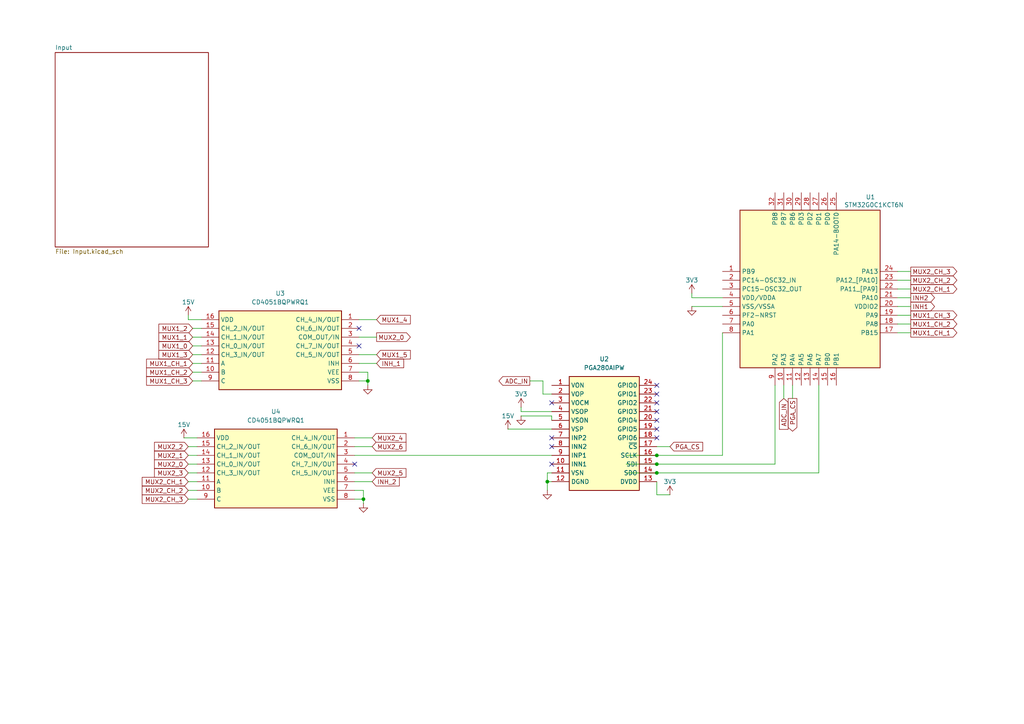
<source format=kicad_sch>
(kicad_sch
	(version 20250114)
	(generator "eeschema")
	(generator_version "9.0")
	(uuid "fca84d4a-2cfa-4300-b75a-80f67c1be4b8")
	(paper "A4")
	(lib_symbols
		(symbol "CD4051BQPWRQ1:CD4051BQPWRQ1"
			(exclude_from_sim no)
			(in_bom yes)
			(on_board yes)
			(property "Reference" "IC"
				(at 41.91 7.62 0)
				(effects
					(font
						(size 1.27 1.27)
					)
					(justify left top)
				)
			)
			(property "Value" "CD4051BQPWRQ1"
				(at 41.91 5.08 0)
				(effects
					(font
						(size 1.27 1.27)
					)
					(justify left top)
				)
			)
			(property "Footprint" "SOP65P640X120-16N"
				(at 41.91 -94.92 0)
				(effects
					(font
						(size 1.27 1.27)
					)
					(justify left top)
					(hide yes)
				)
			)
			(property "Datasheet" "http://www.ti.com/lit/gpn/cd4051b-q1"
				(at 41.91 -194.92 0)
				(effects
					(font
						(size 1.27 1.27)
					)
					(justify left top)
					(hide yes)
				)
			)
			(property "Description" "Automotive catalog CMOS single 8-channel analog multiplexer & demultiplexer with logic-level convers"
				(at 0 0 0)
				(effects
					(font
						(size 1.27 1.27)
					)
					(hide yes)
				)
			)
			(property "Height" "1.2"
				(at 41.91 -394.92 0)
				(effects
					(font
						(size 1.27 1.27)
					)
					(justify left top)
					(hide yes)
				)
			)
			(property "Mouser Part Number" "595-CD4051BQPWRQ1"
				(at 41.91 -494.92 0)
				(effects
					(font
						(size 1.27 1.27)
					)
					(justify left top)
					(hide yes)
				)
			)
			(property "Mouser Price/Stock" "https://www.mouser.co.uk/ProductDetail/Texas-Instruments/CD4051BQPWRQ1?qs=YxwvVplHM%2FlmKeVzaclE6Q%3D%3D"
				(at 41.91 -594.92 0)
				(effects
					(font
						(size 1.27 1.27)
					)
					(justify left top)
					(hide yes)
				)
			)
			(property "Manufacturer_Name" "Texas Instruments"
				(at 41.91 -694.92 0)
				(effects
					(font
						(size 1.27 1.27)
					)
					(justify left top)
					(hide yes)
				)
			)
			(property "Manufacturer_Part_Number" "CD4051BQPWRQ1"
				(at 41.91 -794.92 0)
				(effects
					(font
						(size 1.27 1.27)
					)
					(justify left top)
					(hide yes)
				)
			)
			(symbol "CD4051BQPWRQ1_1_1"
				(rectangle
					(start 5.08 2.54)
					(end 40.64 -20.32)
					(stroke
						(width 0.254)
						(type default)
					)
					(fill
						(type background)
					)
				)
				(pin passive line
					(at 0 0 0)
					(length 5.08)
					(name "CH_4_IN/OUT"
						(effects
							(font
								(size 1.27 1.27)
							)
						)
					)
					(number "1"
						(effects
							(font
								(size 1.27 1.27)
							)
						)
					)
				)
				(pin passive line
					(at 0 -2.54 0)
					(length 5.08)
					(name "CH_6_IN/OUT"
						(effects
							(font
								(size 1.27 1.27)
							)
						)
					)
					(number "2"
						(effects
							(font
								(size 1.27 1.27)
							)
						)
					)
				)
				(pin passive line
					(at 0 -5.08 0)
					(length 5.08)
					(name "COM_OUT/IN"
						(effects
							(font
								(size 1.27 1.27)
							)
						)
					)
					(number "3"
						(effects
							(font
								(size 1.27 1.27)
							)
						)
					)
				)
				(pin passive line
					(at 0 -7.62 0)
					(length 5.08)
					(name "CH_7_IN/OUT"
						(effects
							(font
								(size 1.27 1.27)
							)
						)
					)
					(number "4"
						(effects
							(font
								(size 1.27 1.27)
							)
						)
					)
				)
				(pin passive line
					(at 0 -10.16 0)
					(length 5.08)
					(name "CH_5_IN/OUT"
						(effects
							(font
								(size 1.27 1.27)
							)
						)
					)
					(number "5"
						(effects
							(font
								(size 1.27 1.27)
							)
						)
					)
				)
				(pin passive line
					(at 0 -12.7 0)
					(length 5.08)
					(name "INH"
						(effects
							(font
								(size 1.27 1.27)
							)
						)
					)
					(number "6"
						(effects
							(font
								(size 1.27 1.27)
							)
						)
					)
				)
				(pin passive line
					(at 0 -15.24 0)
					(length 5.08)
					(name "VEE"
						(effects
							(font
								(size 1.27 1.27)
							)
						)
					)
					(number "7"
						(effects
							(font
								(size 1.27 1.27)
							)
						)
					)
				)
				(pin passive line
					(at 0 -17.78 0)
					(length 5.08)
					(name "VSS"
						(effects
							(font
								(size 1.27 1.27)
							)
						)
					)
					(number "8"
						(effects
							(font
								(size 1.27 1.27)
							)
						)
					)
				)
				(pin passive line
					(at 45.72 0 180)
					(length 5.08)
					(name "VDD"
						(effects
							(font
								(size 1.27 1.27)
							)
						)
					)
					(number "16"
						(effects
							(font
								(size 1.27 1.27)
							)
						)
					)
				)
				(pin passive line
					(at 45.72 -2.54 180)
					(length 5.08)
					(name "CH_2_IN/OUT"
						(effects
							(font
								(size 1.27 1.27)
							)
						)
					)
					(number "15"
						(effects
							(font
								(size 1.27 1.27)
							)
						)
					)
				)
				(pin passive line
					(at 45.72 -5.08 180)
					(length 5.08)
					(name "CH_1_IN/OUT"
						(effects
							(font
								(size 1.27 1.27)
							)
						)
					)
					(number "14"
						(effects
							(font
								(size 1.27 1.27)
							)
						)
					)
				)
				(pin passive line
					(at 45.72 -7.62 180)
					(length 5.08)
					(name "CH_0_IN/OUT"
						(effects
							(font
								(size 1.27 1.27)
							)
						)
					)
					(number "13"
						(effects
							(font
								(size 1.27 1.27)
							)
						)
					)
				)
				(pin passive line
					(at 45.72 -10.16 180)
					(length 5.08)
					(name "CH_3_IN/OUT"
						(effects
							(font
								(size 1.27 1.27)
							)
						)
					)
					(number "12"
						(effects
							(font
								(size 1.27 1.27)
							)
						)
					)
				)
				(pin passive line
					(at 45.72 -12.7 180)
					(length 5.08)
					(name "A"
						(effects
							(font
								(size 1.27 1.27)
							)
						)
					)
					(number "11"
						(effects
							(font
								(size 1.27 1.27)
							)
						)
					)
				)
				(pin passive line
					(at 45.72 -15.24 180)
					(length 5.08)
					(name "B"
						(effects
							(font
								(size 1.27 1.27)
							)
						)
					)
					(number "10"
						(effects
							(font
								(size 1.27 1.27)
							)
						)
					)
				)
				(pin passive line
					(at 45.72 -17.78 180)
					(length 5.08)
					(name "C"
						(effects
							(font
								(size 1.27 1.27)
							)
						)
					)
					(number "9"
						(effects
							(font
								(size 1.27 1.27)
							)
						)
					)
				)
			)
			(embedded_fonts no)
		)
		(symbol "PGA280AIPW:PGA280AIPW"
			(exclude_from_sim no)
			(in_bom yes)
			(on_board yes)
			(property "Reference" "IC"
				(at 26.67 7.62 0)
				(effects
					(font
						(size 1.27 1.27)
					)
					(justify left top)
				)
			)
			(property "Value" "PGA280AIPW"
				(at 26.67 5.08 0)
				(effects
					(font
						(size 1.27 1.27)
					)
					(justify left top)
				)
			)
			(property "Footprint" "SOP65P640X120-24N"
				(at 26.67 -94.92 0)
				(effects
					(font
						(size 1.27 1.27)
					)
					(justify left top)
					(hide yes)
				)
			)
			(property "Datasheet" "https://datasheet.datasheetarchive.com/originals/distributors/Datasheets-SFU2/DSASFU100026551.pdf"
				(at 26.67 -194.92 0)
				(effects
					(font
						(size 1.27 1.27)
					)
					(justify left top)
					(hide yes)
				)
			)
			(property "Description" "Texas Instruments,PGA280AIPW,IC,Amp PGA280AIPW, Instrumentation Amplifier, 250"
				(at 0 0 0)
				(effects
					(font
						(size 1.27 1.27)
					)
					(hide yes)
				)
			)
			(property "Height" "1.2"
				(at 26.67 -394.92 0)
				(effects
					(font
						(size 1.27 1.27)
					)
					(justify left top)
					(hide yes)
				)
			)
			(property "Mouser Part Number" "595-PGA280AIPW"
				(at 26.67 -494.92 0)
				(effects
					(font
						(size 1.27 1.27)
					)
					(justify left top)
					(hide yes)
				)
			)
			(property "Mouser Price/Stock" "https://www.mouser.co.uk/ProductDetail/Texas-Instruments/PGA280AIPW?qs=O3wcJz4o8IelzpbSMu9Dmg%3D%3D"
				(at 26.67 -594.92 0)
				(effects
					(font
						(size 1.27 1.27)
					)
					(justify left top)
					(hide yes)
				)
			)
			(property "Manufacturer_Name" "Texas Instruments"
				(at 26.67 -694.92 0)
				(effects
					(font
						(size 1.27 1.27)
					)
					(justify left top)
					(hide yes)
				)
			)
			(property "Manufacturer_Part_Number" "PGA280AIPW"
				(at 26.67 -794.92 0)
				(effects
					(font
						(size 1.27 1.27)
					)
					(justify left top)
					(hide yes)
				)
			)
			(symbol "PGA280AIPW_1_1"
				(rectangle
					(start 5.08 2.54)
					(end 25.4 -30.48)
					(stroke
						(width 0.254)
						(type default)
					)
					(fill
						(type background)
					)
				)
				(pin passive line
					(at 0 0 0)
					(length 5.08)
					(name "VON"
						(effects
							(font
								(size 1.27 1.27)
							)
						)
					)
					(number "1"
						(effects
							(font
								(size 1.27 1.27)
							)
						)
					)
				)
				(pin passive line
					(at 0 -2.54 0)
					(length 5.08)
					(name "VOP"
						(effects
							(font
								(size 1.27 1.27)
							)
						)
					)
					(number "2"
						(effects
							(font
								(size 1.27 1.27)
							)
						)
					)
				)
				(pin passive line
					(at 0 -5.08 0)
					(length 5.08)
					(name "VOCM"
						(effects
							(font
								(size 1.27 1.27)
							)
						)
					)
					(number "3"
						(effects
							(font
								(size 1.27 1.27)
							)
						)
					)
				)
				(pin passive line
					(at 0 -7.62 0)
					(length 5.08)
					(name "VSOP"
						(effects
							(font
								(size 1.27 1.27)
							)
						)
					)
					(number "4"
						(effects
							(font
								(size 1.27 1.27)
							)
						)
					)
				)
				(pin passive line
					(at 0 -10.16 0)
					(length 5.08)
					(name "VSON"
						(effects
							(font
								(size 1.27 1.27)
							)
						)
					)
					(number "5"
						(effects
							(font
								(size 1.27 1.27)
							)
						)
					)
				)
				(pin passive line
					(at 0 -12.7 0)
					(length 5.08)
					(name "VSP"
						(effects
							(font
								(size 1.27 1.27)
							)
						)
					)
					(number "6"
						(effects
							(font
								(size 1.27 1.27)
							)
						)
					)
				)
				(pin passive line
					(at 0 -15.24 0)
					(length 5.08)
					(name "INP2"
						(effects
							(font
								(size 1.27 1.27)
							)
						)
					)
					(number "7"
						(effects
							(font
								(size 1.27 1.27)
							)
						)
					)
				)
				(pin passive line
					(at 0 -17.78 0)
					(length 5.08)
					(name "INN2"
						(effects
							(font
								(size 1.27 1.27)
							)
						)
					)
					(number "8"
						(effects
							(font
								(size 1.27 1.27)
							)
						)
					)
				)
				(pin passive line
					(at 0 -20.32 0)
					(length 5.08)
					(name "INP1"
						(effects
							(font
								(size 1.27 1.27)
							)
						)
					)
					(number "9"
						(effects
							(font
								(size 1.27 1.27)
							)
						)
					)
				)
				(pin passive line
					(at 0 -22.86 0)
					(length 5.08)
					(name "INN1"
						(effects
							(font
								(size 1.27 1.27)
							)
						)
					)
					(number "10"
						(effects
							(font
								(size 1.27 1.27)
							)
						)
					)
				)
				(pin passive line
					(at 0 -25.4 0)
					(length 5.08)
					(name "VSN"
						(effects
							(font
								(size 1.27 1.27)
							)
						)
					)
					(number "11"
						(effects
							(font
								(size 1.27 1.27)
							)
						)
					)
				)
				(pin passive line
					(at 0 -27.94 0)
					(length 5.08)
					(name "DGND"
						(effects
							(font
								(size 1.27 1.27)
							)
						)
					)
					(number "12"
						(effects
							(font
								(size 1.27 1.27)
							)
						)
					)
				)
				(pin passive line
					(at 30.48 0 180)
					(length 5.08)
					(name "GPIO0"
						(effects
							(font
								(size 1.27 1.27)
							)
						)
					)
					(number "24"
						(effects
							(font
								(size 1.27 1.27)
							)
						)
					)
				)
				(pin passive line
					(at 30.48 -2.54 180)
					(length 5.08)
					(name "GPIO1"
						(effects
							(font
								(size 1.27 1.27)
							)
						)
					)
					(number "23"
						(effects
							(font
								(size 1.27 1.27)
							)
						)
					)
				)
				(pin passive line
					(at 30.48 -5.08 180)
					(length 5.08)
					(name "GPIO2"
						(effects
							(font
								(size 1.27 1.27)
							)
						)
					)
					(number "22"
						(effects
							(font
								(size 1.27 1.27)
							)
						)
					)
				)
				(pin passive line
					(at 30.48 -7.62 180)
					(length 5.08)
					(name "GPIO3"
						(effects
							(font
								(size 1.27 1.27)
							)
						)
					)
					(number "21"
						(effects
							(font
								(size 1.27 1.27)
							)
						)
					)
				)
				(pin passive line
					(at 30.48 -10.16 180)
					(length 5.08)
					(name "GPIO4"
						(effects
							(font
								(size 1.27 1.27)
							)
						)
					)
					(number "20"
						(effects
							(font
								(size 1.27 1.27)
							)
						)
					)
				)
				(pin passive line
					(at 30.48 -12.7 180)
					(length 5.08)
					(name "GPIO5"
						(effects
							(font
								(size 1.27 1.27)
							)
						)
					)
					(number "19"
						(effects
							(font
								(size 1.27 1.27)
							)
						)
					)
				)
				(pin passive line
					(at 30.48 -15.24 180)
					(length 5.08)
					(name "GPIO6"
						(effects
							(font
								(size 1.27 1.27)
							)
						)
					)
					(number "18"
						(effects
							(font
								(size 1.27 1.27)
							)
						)
					)
				)
				(pin passive line
					(at 30.48 -17.78 180)
					(length 5.08)
					(name "~{CS}"
						(effects
							(font
								(size 1.27 1.27)
							)
						)
					)
					(number "17"
						(effects
							(font
								(size 1.27 1.27)
							)
						)
					)
				)
				(pin passive line
					(at 30.48 -20.32 180)
					(length 5.08)
					(name "SCLK"
						(effects
							(font
								(size 1.27 1.27)
							)
						)
					)
					(number "16"
						(effects
							(font
								(size 1.27 1.27)
							)
						)
					)
				)
				(pin passive line
					(at 30.48 -22.86 180)
					(length 5.08)
					(name "SDI"
						(effects
							(font
								(size 1.27 1.27)
							)
						)
					)
					(number "15"
						(effects
							(font
								(size 1.27 1.27)
							)
						)
					)
				)
				(pin passive line
					(at 30.48 -25.4 180)
					(length 5.08)
					(name "SDO"
						(effects
							(font
								(size 1.27 1.27)
							)
						)
					)
					(number "14"
						(effects
							(font
								(size 1.27 1.27)
							)
						)
					)
				)
				(pin passive line
					(at 30.48 -27.94 180)
					(length 5.08)
					(name "DVDD"
						(effects
							(font
								(size 1.27 1.27)
							)
						)
					)
					(number "13"
						(effects
							(font
								(size 1.27 1.27)
							)
						)
					)
				)
			)
			(embedded_fonts no)
		)
		(symbol "STM32G0C1KCT6N:STM32G0C1KCT6N"
			(exclude_from_sim no)
			(in_bom yes)
			(on_board yes)
			(property "Reference" "IC"
				(at 46.99 22.86 0)
				(effects
					(font
						(size 1.27 1.27)
					)
					(justify left top)
				)
			)
			(property "Value" "STM32G0C1KCT6N"
				(at 46.99 20.32 0)
				(effects
					(font
						(size 1.27 1.27)
					)
					(justify left top)
				)
			)
			(property "Footprint" "QFP80P900X900X160-32N"
				(at 46.99 -79.68 0)
				(effects
					(font
						(size 1.27 1.27)
					)
					(justify left top)
					(hide yes)
				)
			)
			(property "Datasheet" "https://www.st.com/resource/en/datasheet/stm32g0c1cc.pdf"
				(at 46.99 -179.68 0)
				(effects
					(font
						(size 1.27 1.27)
					)
					(justify left top)
					(hide yes)
				)
			)
			(property "Description" "Mainstream Arm Cortex-M0+ 32-bit MCU, up to 512KB Flash, 144KB RAM, 6x USART, timers, ADC, DAC, comm. I/Fs, AES, RNG, 1.7-3.6V"
				(at 0 0 0)
				(effects
					(font
						(size 1.27 1.27)
					)
					(hide yes)
				)
			)
			(property "Height" "1.6"
				(at 46.99 -379.68 0)
				(effects
					(font
						(size 1.27 1.27)
					)
					(justify left top)
					(hide yes)
				)
			)
			(property "Mouser Part Number" "511-STM32G0C1KCT6N"
				(at 46.99 -479.68 0)
				(effects
					(font
						(size 1.27 1.27)
					)
					(justify left top)
					(hide yes)
				)
			)
			(property "Mouser Price/Stock" "https://www.mouser.co.uk/ProductDetail/STMicroelectronics/STM32G0C1KCT6N?qs=iLbezkQI%252Bshu4f%252BBp0CpFw%3D%3D"
				(at 46.99 -579.68 0)
				(effects
					(font
						(size 1.27 1.27)
					)
					(justify left top)
					(hide yes)
				)
			)
			(property "Manufacturer_Name" "STMicroelectronics"
				(at 46.99 -679.68 0)
				(effects
					(font
						(size 1.27 1.27)
					)
					(justify left top)
					(hide yes)
				)
			)
			(property "Manufacturer_Part_Number" "STM32G0C1KCT6N"
				(at 46.99 -779.68 0)
				(effects
					(font
						(size 1.27 1.27)
					)
					(justify left top)
					(hide yes)
				)
			)
			(symbol "STM32G0C1KCT6N_1_1"
				(rectangle
					(start 5.08 17.78)
					(end 45.72 -27.94)
					(stroke
						(width 0.254)
						(type default)
					)
					(fill
						(type background)
					)
				)
				(pin passive line
					(at 0 0 0)
					(length 5.08)
					(name "PB9"
						(effects
							(font
								(size 1.27 1.27)
							)
						)
					)
					(number "1"
						(effects
							(font
								(size 1.27 1.27)
							)
						)
					)
				)
				(pin passive line
					(at 0 -2.54 0)
					(length 5.08)
					(name "PC14-OSC32_IN"
						(effects
							(font
								(size 1.27 1.27)
							)
						)
					)
					(number "2"
						(effects
							(font
								(size 1.27 1.27)
							)
						)
					)
				)
				(pin passive line
					(at 0 -5.08 0)
					(length 5.08)
					(name "PC15-OSC32_OUT"
						(effects
							(font
								(size 1.27 1.27)
							)
						)
					)
					(number "3"
						(effects
							(font
								(size 1.27 1.27)
							)
						)
					)
				)
				(pin passive line
					(at 0 -7.62 0)
					(length 5.08)
					(name "VDD/VDDA"
						(effects
							(font
								(size 1.27 1.27)
							)
						)
					)
					(number "4"
						(effects
							(font
								(size 1.27 1.27)
							)
						)
					)
				)
				(pin passive line
					(at 0 -10.16 0)
					(length 5.08)
					(name "VSS/VSSA"
						(effects
							(font
								(size 1.27 1.27)
							)
						)
					)
					(number "5"
						(effects
							(font
								(size 1.27 1.27)
							)
						)
					)
				)
				(pin passive line
					(at 0 -12.7 0)
					(length 5.08)
					(name "PF2-NRST"
						(effects
							(font
								(size 1.27 1.27)
							)
						)
					)
					(number "6"
						(effects
							(font
								(size 1.27 1.27)
							)
						)
					)
				)
				(pin passive line
					(at 0 -15.24 0)
					(length 5.08)
					(name "PA0"
						(effects
							(font
								(size 1.27 1.27)
							)
						)
					)
					(number "7"
						(effects
							(font
								(size 1.27 1.27)
							)
						)
					)
				)
				(pin passive line
					(at 0 -17.78 0)
					(length 5.08)
					(name "PA1"
						(effects
							(font
								(size 1.27 1.27)
							)
						)
					)
					(number "8"
						(effects
							(font
								(size 1.27 1.27)
							)
						)
					)
				)
				(pin passive line
					(at 15.24 22.86 270)
					(length 5.08)
					(name "PB8"
						(effects
							(font
								(size 1.27 1.27)
							)
						)
					)
					(number "32"
						(effects
							(font
								(size 1.27 1.27)
							)
						)
					)
				)
				(pin passive line
					(at 15.24 -33.02 90)
					(length 5.08)
					(name "PA2"
						(effects
							(font
								(size 1.27 1.27)
							)
						)
					)
					(number "9"
						(effects
							(font
								(size 1.27 1.27)
							)
						)
					)
				)
				(pin passive line
					(at 17.78 22.86 270)
					(length 5.08)
					(name "PB7"
						(effects
							(font
								(size 1.27 1.27)
							)
						)
					)
					(number "31"
						(effects
							(font
								(size 1.27 1.27)
							)
						)
					)
				)
				(pin passive line
					(at 17.78 -33.02 90)
					(length 5.08)
					(name "PA3"
						(effects
							(font
								(size 1.27 1.27)
							)
						)
					)
					(number "10"
						(effects
							(font
								(size 1.27 1.27)
							)
						)
					)
				)
				(pin passive line
					(at 20.32 22.86 270)
					(length 5.08)
					(name "PB6"
						(effects
							(font
								(size 1.27 1.27)
							)
						)
					)
					(number "30"
						(effects
							(font
								(size 1.27 1.27)
							)
						)
					)
				)
				(pin passive line
					(at 20.32 -33.02 90)
					(length 5.08)
					(name "PA4"
						(effects
							(font
								(size 1.27 1.27)
							)
						)
					)
					(number "11"
						(effects
							(font
								(size 1.27 1.27)
							)
						)
					)
				)
				(pin passive line
					(at 22.86 22.86 270)
					(length 5.08)
					(name "PD3"
						(effects
							(font
								(size 1.27 1.27)
							)
						)
					)
					(number "29"
						(effects
							(font
								(size 1.27 1.27)
							)
						)
					)
				)
				(pin passive line
					(at 22.86 -33.02 90)
					(length 5.08)
					(name "PA5"
						(effects
							(font
								(size 1.27 1.27)
							)
						)
					)
					(number "12"
						(effects
							(font
								(size 1.27 1.27)
							)
						)
					)
				)
				(pin passive line
					(at 25.4 22.86 270)
					(length 5.08)
					(name "PD2"
						(effects
							(font
								(size 1.27 1.27)
							)
						)
					)
					(number "28"
						(effects
							(font
								(size 1.27 1.27)
							)
						)
					)
				)
				(pin passive line
					(at 25.4 -33.02 90)
					(length 5.08)
					(name "PA6"
						(effects
							(font
								(size 1.27 1.27)
							)
						)
					)
					(number "13"
						(effects
							(font
								(size 1.27 1.27)
							)
						)
					)
				)
				(pin passive line
					(at 27.94 22.86 270)
					(length 5.08)
					(name "PD1"
						(effects
							(font
								(size 1.27 1.27)
							)
						)
					)
					(number "27"
						(effects
							(font
								(size 1.27 1.27)
							)
						)
					)
				)
				(pin passive line
					(at 27.94 -33.02 90)
					(length 5.08)
					(name "PA7"
						(effects
							(font
								(size 1.27 1.27)
							)
						)
					)
					(number "14"
						(effects
							(font
								(size 1.27 1.27)
							)
						)
					)
				)
				(pin passive line
					(at 30.48 22.86 270)
					(length 5.08)
					(name "PD0"
						(effects
							(font
								(size 1.27 1.27)
							)
						)
					)
					(number "26"
						(effects
							(font
								(size 1.27 1.27)
							)
						)
					)
				)
				(pin passive line
					(at 30.48 -33.02 90)
					(length 5.08)
					(name "PB0"
						(effects
							(font
								(size 1.27 1.27)
							)
						)
					)
					(number "15"
						(effects
							(font
								(size 1.27 1.27)
							)
						)
					)
				)
				(pin passive line
					(at 33.02 22.86 270)
					(length 5.08)
					(name "PA14-BOOT0"
						(effects
							(font
								(size 1.27 1.27)
							)
						)
					)
					(number "25"
						(effects
							(font
								(size 1.27 1.27)
							)
						)
					)
				)
				(pin passive line
					(at 33.02 -33.02 90)
					(length 5.08)
					(name "PB1"
						(effects
							(font
								(size 1.27 1.27)
							)
						)
					)
					(number "16"
						(effects
							(font
								(size 1.27 1.27)
							)
						)
					)
				)
				(pin passive line
					(at 50.8 0 180)
					(length 5.08)
					(name "PA13"
						(effects
							(font
								(size 1.27 1.27)
							)
						)
					)
					(number "24"
						(effects
							(font
								(size 1.27 1.27)
							)
						)
					)
				)
				(pin passive line
					(at 50.8 -2.54 180)
					(length 5.08)
					(name "PA12_[PA10]"
						(effects
							(font
								(size 1.27 1.27)
							)
						)
					)
					(number "23"
						(effects
							(font
								(size 1.27 1.27)
							)
						)
					)
				)
				(pin passive line
					(at 50.8 -5.08 180)
					(length 5.08)
					(name "PA11_[PA9]"
						(effects
							(font
								(size 1.27 1.27)
							)
						)
					)
					(number "22"
						(effects
							(font
								(size 1.27 1.27)
							)
						)
					)
				)
				(pin passive line
					(at 50.8 -7.62 180)
					(length 5.08)
					(name "PA10"
						(effects
							(font
								(size 1.27 1.27)
							)
						)
					)
					(number "21"
						(effects
							(font
								(size 1.27 1.27)
							)
						)
					)
				)
				(pin passive line
					(at 50.8 -10.16 180)
					(length 5.08)
					(name "VDDIO2"
						(effects
							(font
								(size 1.27 1.27)
							)
						)
					)
					(number "20"
						(effects
							(font
								(size 1.27 1.27)
							)
						)
					)
				)
				(pin passive line
					(at 50.8 -12.7 180)
					(length 5.08)
					(name "PA9"
						(effects
							(font
								(size 1.27 1.27)
							)
						)
					)
					(number "19"
						(effects
							(font
								(size 1.27 1.27)
							)
						)
					)
				)
				(pin passive line
					(at 50.8 -15.24 180)
					(length 5.08)
					(name "PA8"
						(effects
							(font
								(size 1.27 1.27)
							)
						)
					)
					(number "18"
						(effects
							(font
								(size 1.27 1.27)
							)
						)
					)
				)
				(pin passive line
					(at 50.8 -17.78 180)
					(length 5.08)
					(name "PB15"
						(effects
							(font
								(size 1.27 1.27)
							)
						)
					)
					(number "17"
						(effects
							(font
								(size 1.27 1.27)
							)
						)
					)
				)
			)
			(embedded_fonts no)
		)
		(symbol "power:+12V"
			(power)
			(pin_numbers
				(hide yes)
			)
			(pin_names
				(offset 0)
				(hide yes)
			)
			(exclude_from_sim no)
			(in_bom yes)
			(on_board yes)
			(property "Reference" "#PWR"
				(at 0 -3.81 0)
				(effects
					(font
						(size 1.27 1.27)
					)
					(hide yes)
				)
			)
			(property "Value" "+12V"
				(at 0 3.556 0)
				(effects
					(font
						(size 1.27 1.27)
					)
				)
			)
			(property "Footprint" ""
				(at 0 0 0)
				(effects
					(font
						(size 1.27 1.27)
					)
					(hide yes)
				)
			)
			(property "Datasheet" ""
				(at 0 0 0)
				(effects
					(font
						(size 1.27 1.27)
					)
					(hide yes)
				)
			)
			(property "Description" "Power symbol creates a global label with name \"+12V\""
				(at 0 0 0)
				(effects
					(font
						(size 1.27 1.27)
					)
					(hide yes)
				)
			)
			(property "ki_keywords" "global power"
				(at 0 0 0)
				(effects
					(font
						(size 1.27 1.27)
					)
					(hide yes)
				)
			)
			(symbol "+12V_0_1"
				(polyline
					(pts
						(xy -0.762 1.27) (xy 0 2.54)
					)
					(stroke
						(width 0)
						(type default)
					)
					(fill
						(type none)
					)
				)
				(polyline
					(pts
						(xy 0 2.54) (xy 0.762 1.27)
					)
					(stroke
						(width 0)
						(type default)
					)
					(fill
						(type none)
					)
				)
				(polyline
					(pts
						(xy 0 0) (xy 0 2.54)
					)
					(stroke
						(width 0)
						(type default)
					)
					(fill
						(type none)
					)
				)
			)
			(symbol "+12V_1_1"
				(pin power_in line
					(at 0 0 90)
					(length 0)
					(name "~"
						(effects
							(font
								(size 1.27 1.27)
							)
						)
					)
					(number "1"
						(effects
							(font
								(size 1.27 1.27)
							)
						)
					)
				)
			)
			(embedded_fonts no)
		)
		(symbol "power:GND"
			(power)
			(pin_numbers
				(hide yes)
			)
			(pin_names
				(offset 0)
				(hide yes)
			)
			(exclude_from_sim no)
			(in_bom yes)
			(on_board yes)
			(property "Reference" "#PWR"
				(at 0 -6.35 0)
				(effects
					(font
						(size 1.27 1.27)
					)
					(hide yes)
				)
			)
			(property "Value" "GND"
				(at 0 -3.81 0)
				(effects
					(font
						(size 1.27 1.27)
					)
				)
			)
			(property "Footprint" ""
				(at 0 0 0)
				(effects
					(font
						(size 1.27 1.27)
					)
					(hide yes)
				)
			)
			(property "Datasheet" ""
				(at 0 0 0)
				(effects
					(font
						(size 1.27 1.27)
					)
					(hide yes)
				)
			)
			(property "Description" "Power symbol creates a global label with name \"GND\" , ground"
				(at 0 0 0)
				(effects
					(font
						(size 1.27 1.27)
					)
					(hide yes)
				)
			)
			(property "ki_keywords" "global power"
				(at 0 0 0)
				(effects
					(font
						(size 1.27 1.27)
					)
					(hide yes)
				)
			)
			(symbol "GND_0_1"
				(polyline
					(pts
						(xy 0 0) (xy 0 -1.27) (xy 1.27 -1.27) (xy 0 -2.54) (xy -1.27 -1.27) (xy 0 -1.27)
					)
					(stroke
						(width 0)
						(type default)
					)
					(fill
						(type none)
					)
				)
			)
			(symbol "GND_1_1"
				(pin power_in line
					(at 0 0 270)
					(length 0)
					(name "~"
						(effects
							(font
								(size 1.27 1.27)
							)
						)
					)
					(number "1"
						(effects
							(font
								(size 1.27 1.27)
							)
						)
					)
				)
			)
			(embedded_fonts no)
		)
	)
	(junction
		(at 190.5 137.16)
		(diameter 0)
		(color 0 0 0 0)
		(uuid "072fddf5-afc3-4b83-9472-5809da546d66")
	)
	(junction
		(at 106.68 110.49)
		(diameter 0)
		(color 0 0 0 0)
		(uuid "619ec118-9f01-42e6-a76e-b213384bc595")
	)
	(junction
		(at 190.5 132.08)
		(diameter 0)
		(color 0 0 0 0)
		(uuid "69c0b0ef-89b6-4eec-8103-ab370eda5f76")
	)
	(junction
		(at 158.75 139.7)
		(diameter 0)
		(color 0 0 0 0)
		(uuid "aec45fd4-0639-4ec5-a7c2-d67848e17d9c")
	)
	(junction
		(at 105.41 144.78)
		(diameter 0)
		(color 0 0 0 0)
		(uuid "b71bed74-f905-457b-b447-da680ddf4713")
	)
	(junction
		(at 190.5 134.62)
		(diameter 0)
		(color 0 0 0 0)
		(uuid "f92418b4-d77a-45a3-8364-352df179285c")
	)
	(no_connect
		(at 190.5 127)
		(uuid "0ac9ed95-caa5-4dff-99d3-15eff9943d79")
	)
	(no_connect
		(at 190.5 124.46)
		(uuid "0df275d2-9de3-4372-86c5-716b22fd4859")
	)
	(no_connect
		(at 104.14 100.33)
		(uuid "1bbacd34-db8c-4dfb-afd4-4fb8314ce23e")
	)
	(no_connect
		(at 104.14 95.25)
		(uuid "25178fb2-6411-4865-a446-a3665fe3d8da")
	)
	(no_connect
		(at 102.87 134.62)
		(uuid "26595618-5187-4bb1-92b2-ffca10bc7ea4")
	)
	(no_connect
		(at 160.02 127)
		(uuid "35f95f54-3ed7-463b-b103-b5cb3f62738c")
	)
	(no_connect
		(at 190.5 111.76)
		(uuid "645fcf79-ee70-48a2-b5f1-240dea1eab90")
	)
	(no_connect
		(at 190.5 114.3)
		(uuid "6c636a6e-72df-4b17-b8b2-905161609628")
	)
	(no_connect
		(at 190.5 116.84)
		(uuid "762db27c-a666-4589-9893-9ee5ccbd4b7d")
	)
	(no_connect
		(at 190.5 119.38)
		(uuid "7a55b920-3823-4990-8f89-76b43cb56f0e")
	)
	(no_connect
		(at 160.02 129.54)
		(uuid "bdd94e4b-28f3-4d9c-a8a5-1a9840b1aa22")
	)
	(no_connect
		(at 160.02 116.84)
		(uuid "ca750211-70f2-41bd-b8ca-52df3e8fe1cf")
	)
	(no_connect
		(at 160.02 134.62)
		(uuid "db5db892-17eb-4ad0-9ade-36d46376f8cf")
	)
	(no_connect
		(at 190.5 121.92)
		(uuid "f83f796a-3a88-4d6a-8d16-bd723038fcc1")
	)
	(wire
		(pts
			(xy 190.5 137.16) (xy 237.49 137.16)
		)
		(stroke
			(width 0)
			(type default)
		)
		(uuid "05996dec-dff1-4c16-8422-6e09910e16de")
	)
	(wire
		(pts
			(xy 102.87 139.7) (xy 107.95 139.7)
		)
		(stroke
			(width 0)
			(type default)
		)
		(uuid "0646161c-2fb3-4d69-9a9b-e8644f697e49")
	)
	(wire
		(pts
			(xy 55.88 107.95) (xy 58.42 107.95)
		)
		(stroke
			(width 0)
			(type default)
		)
		(uuid "0688cca7-a9f1-45c9-8a0a-434320899cd5")
	)
	(wire
		(pts
			(xy 54.61 132.08) (xy 57.15 132.08)
		)
		(stroke
			(width 0)
			(type default)
		)
		(uuid "0ab9b3db-502d-4108-ba51-53dbd527761d")
	)
	(wire
		(pts
			(xy 190.5 129.54) (xy 194.31 129.54)
		)
		(stroke
			(width 0)
			(type default)
		)
		(uuid "0c31c333-523a-45ec-afd3-5642375c1bc2")
	)
	(wire
		(pts
			(xy 200.66 86.36) (xy 209.55 86.36)
		)
		(stroke
			(width 0)
			(type default)
		)
		(uuid "0c58b4ec-28e7-4a60-a264-41d864c5698f")
	)
	(wire
		(pts
			(xy 105.41 144.78) (xy 102.87 144.78)
		)
		(stroke
			(width 0)
			(type default)
		)
		(uuid "100e8ff7-0df6-4a47-87e9-8f985d02e97d")
	)
	(wire
		(pts
			(xy 151.13 119.38) (xy 151.13 118.11)
		)
		(stroke
			(width 0)
			(type default)
		)
		(uuid "13d16f56-8057-4517-ad29-4272cf949a82")
	)
	(wire
		(pts
			(xy 102.87 129.54) (xy 107.95 129.54)
		)
		(stroke
			(width 0)
			(type default)
		)
		(uuid "19694206-93eb-4c05-b574-8ec5a16b50ca")
	)
	(wire
		(pts
			(xy 105.41 144.78) (xy 105.41 146.05)
		)
		(stroke
			(width 0)
			(type default)
		)
		(uuid "1e887014-3e6f-472a-8735-b7a884438d56")
	)
	(wire
		(pts
			(xy 157.48 114.3) (xy 160.02 114.3)
		)
		(stroke
			(width 0)
			(type default)
		)
		(uuid "23457f22-18c3-411d-8a86-6e88eeed40da")
	)
	(wire
		(pts
			(xy 260.35 83.82) (xy 264.16 83.82)
		)
		(stroke
			(width 0)
			(type default)
		)
		(uuid "265333d3-8b6e-4b66-ab3e-aa0a6b3c8e25")
	)
	(wire
		(pts
			(xy 181.61 132.08) (xy 190.5 132.08)
		)
		(stroke
			(width 0)
			(type default)
		)
		(uuid "2a745301-c9b9-4f20-87ba-6d28b8c6ddd5")
	)
	(wire
		(pts
			(xy 54.61 91.44) (xy 54.61 92.71)
		)
		(stroke
			(width 0)
			(type default)
		)
		(uuid "2d205cb9-f0ba-4732-bbe7-77ab8d2018a2")
	)
	(wire
		(pts
			(xy 209.55 96.52) (xy 209.55 132.08)
		)
		(stroke
			(width 0)
			(type default)
		)
		(uuid "2e44ac0a-6db0-4e10-bbbe-d9aac1a8353c")
	)
	(wire
		(pts
			(xy 260.35 88.9) (xy 264.16 88.9)
		)
		(stroke
			(width 0)
			(type default)
		)
		(uuid "3930aaf1-b301-417d-acbf-ed72febc7420")
	)
	(wire
		(pts
			(xy 55.88 97.79) (xy 58.42 97.79)
		)
		(stroke
			(width 0)
			(type default)
		)
		(uuid "464b7bcc-d3d5-4877-825b-f10e5bb20065")
	)
	(wire
		(pts
			(xy 106.68 107.95) (xy 106.68 110.49)
		)
		(stroke
			(width 0)
			(type default)
		)
		(uuid "4a3ae072-d96b-44f9-8f0d-c5d8267352d2")
	)
	(wire
		(pts
			(xy 54.61 144.78) (xy 57.15 144.78)
		)
		(stroke
			(width 0)
			(type default)
		)
		(uuid "5026afda-aae2-4e7a-94e9-08e9ee7cfe69")
	)
	(wire
		(pts
			(xy 190.5 143.51) (xy 194.31 143.51)
		)
		(stroke
			(width 0)
			(type default)
		)
		(uuid "544d8730-92f0-4255-b132-bf4db8323996")
	)
	(wire
		(pts
			(xy 54.61 92.71) (xy 58.42 92.71)
		)
		(stroke
			(width 0)
			(type default)
		)
		(uuid "55d7b5d0-fdc3-422a-ab76-276c7b531bcd")
	)
	(wire
		(pts
			(xy 157.48 110.49) (xy 153.67 110.49)
		)
		(stroke
			(width 0)
			(type default)
		)
		(uuid "563d7734-5d7b-4c20-9b4e-95105c219c44")
	)
	(wire
		(pts
			(xy 260.35 93.98) (xy 264.16 93.98)
		)
		(stroke
			(width 0)
			(type default)
		)
		(uuid "5829b48d-d202-4292-8ad4-375f8009f737")
	)
	(wire
		(pts
			(xy 106.68 110.49) (xy 106.68 111.76)
		)
		(stroke
			(width 0)
			(type default)
		)
		(uuid "610f73ed-ff62-4ba2-be5e-b778f19b783f")
	)
	(wire
		(pts
			(xy 104.14 105.41) (xy 109.22 105.41)
		)
		(stroke
			(width 0)
			(type default)
		)
		(uuid "62689ad2-74c0-40a7-b193-26aefaf1d3a8")
	)
	(wire
		(pts
			(xy 54.61 129.54) (xy 57.15 129.54)
		)
		(stroke
			(width 0)
			(type default)
		)
		(uuid "655fc332-e986-45be-955c-3653198241f2")
	)
	(wire
		(pts
			(xy 158.75 137.16) (xy 158.75 139.7)
		)
		(stroke
			(width 0)
			(type default)
		)
		(uuid "6bb9df9b-1e4f-4b4b-94ad-0dbda049ad04")
	)
	(wire
		(pts
			(xy 102.87 137.16) (xy 107.95 137.16)
		)
		(stroke
			(width 0)
			(type default)
		)
		(uuid "6ded9cfe-2147-4ef2-8d69-56cf9a5a78f2")
	)
	(wire
		(pts
			(xy 260.35 86.36) (xy 264.16 86.36)
		)
		(stroke
			(width 0)
			(type default)
		)
		(uuid "733faa66-2c8e-46cc-a978-75d329e6a658")
	)
	(wire
		(pts
			(xy 160.02 137.16) (xy 158.75 137.16)
		)
		(stroke
			(width 0)
			(type default)
		)
		(uuid "736fbfca-55f3-4661-96cd-d810a08f2390")
	)
	(wire
		(pts
			(xy 53.34 127) (xy 57.15 127)
		)
		(stroke
			(width 0)
			(type default)
		)
		(uuid "75c8708e-93da-4a69-a62a-9e0b83b52c81")
	)
	(wire
		(pts
			(xy 229.87 111.76) (xy 229.87 115.57)
		)
		(stroke
			(width 0)
			(type default)
		)
		(uuid "7d67db3b-57d9-41fc-9a3a-ef00b9cc7b95")
	)
	(wire
		(pts
			(xy 147.32 124.46) (xy 160.02 124.46)
		)
		(stroke
			(width 0)
			(type default)
		)
		(uuid "7e42aad3-4cf5-491c-bc3b-bbcd1b883a16")
	)
	(wire
		(pts
			(xy 158.75 139.7) (xy 158.75 142.24)
		)
		(stroke
			(width 0)
			(type default)
		)
		(uuid "7f71588a-17e9-4ae1-81fd-b3eb99ed1eb0")
	)
	(wire
		(pts
			(xy 200.66 85.09) (xy 200.66 86.36)
		)
		(stroke
			(width 0)
			(type default)
		)
		(uuid "821e5989-3fac-478e-b6d5-baa1d253f5f4")
	)
	(wire
		(pts
			(xy 160.02 119.38) (xy 151.13 119.38)
		)
		(stroke
			(width 0)
			(type default)
		)
		(uuid "844fbec6-0619-47cf-a8af-c267a790bbf7")
	)
	(wire
		(pts
			(xy 157.48 110.49) (xy 157.48 114.3)
		)
		(stroke
			(width 0)
			(type default)
		)
		(uuid "84705e76-1f09-48cb-8071-621f91a80b2f")
	)
	(wire
		(pts
			(xy 55.88 110.49) (xy 58.42 110.49)
		)
		(stroke
			(width 0)
			(type default)
		)
		(uuid "88b7b2b5-2091-4e11-bf1e-c8ff22bff5d1")
	)
	(wire
		(pts
			(xy 160.02 120.65) (xy 160.02 121.92)
		)
		(stroke
			(width 0)
			(type default)
		)
		(uuid "8bd24d02-27d6-4b59-bac8-ea659675f64d")
	)
	(wire
		(pts
			(xy 55.88 95.25) (xy 58.42 95.25)
		)
		(stroke
			(width 0)
			(type default)
		)
		(uuid "8c2d7e71-49bb-4558-a91b-ddfdeeae5634")
	)
	(wire
		(pts
			(xy 105.41 142.24) (xy 105.41 144.78)
		)
		(stroke
			(width 0)
			(type default)
		)
		(uuid "8ff590bf-89ef-4ff5-b9c3-546a06d359dd")
	)
	(wire
		(pts
			(xy 54.61 134.62) (xy 57.15 134.62)
		)
		(stroke
			(width 0)
			(type default)
		)
		(uuid "92b0c30b-aa63-41b6-a939-05bb8b95677f")
	)
	(wire
		(pts
			(xy 55.88 105.41) (xy 58.42 105.41)
		)
		(stroke
			(width 0)
			(type default)
		)
		(uuid "945ef102-df3c-424f-8ca2-e47c842d075e")
	)
	(wire
		(pts
			(xy 227.33 111.76) (xy 227.33 115.57)
		)
		(stroke
			(width 0)
			(type default)
		)
		(uuid "978608a8-63a1-4f5a-a043-e042a806c0e8")
	)
	(wire
		(pts
			(xy 190.5 139.7) (xy 190.5 143.51)
		)
		(stroke
			(width 0)
			(type default)
		)
		(uuid "97d1ed7c-7c31-4680-b5be-3c1faf00ad7b")
	)
	(wire
		(pts
			(xy 237.49 137.16) (xy 237.49 111.76)
		)
		(stroke
			(width 0)
			(type default)
		)
		(uuid "9849663c-8a99-49bd-93ce-dfd3c7a1c8f3")
	)
	(wire
		(pts
			(xy 55.88 102.87) (xy 58.42 102.87)
		)
		(stroke
			(width 0)
			(type default)
		)
		(uuid "a1589046-fa48-4e53-9c52-fd453537e87b")
	)
	(wire
		(pts
			(xy 102.87 142.24) (xy 105.41 142.24)
		)
		(stroke
			(width 0)
			(type default)
		)
		(uuid "a67eef39-4d01-4dd0-b368-819a42a4808c")
	)
	(wire
		(pts
			(xy 260.35 96.52) (xy 264.16 96.52)
		)
		(stroke
			(width 0)
			(type default)
		)
		(uuid "a6cce2d5-7de3-41a9-b164-a1238d32121c")
	)
	(wire
		(pts
			(xy 54.61 142.24) (xy 57.15 142.24)
		)
		(stroke
			(width 0)
			(type default)
		)
		(uuid "aa2dd828-8b24-45c8-bf3c-8859fa931811")
	)
	(wire
		(pts
			(xy 54.61 139.7) (xy 57.15 139.7)
		)
		(stroke
			(width 0)
			(type default)
		)
		(uuid "ad6628f4-f337-40d3-921e-f71c2703480a")
	)
	(wire
		(pts
			(xy 190.5 132.08) (xy 209.55 132.08)
		)
		(stroke
			(width 0)
			(type default)
		)
		(uuid "b1b43aae-83e1-4145-aa8f-6ccb99d6039b")
	)
	(wire
		(pts
			(xy 200.66 88.9) (xy 209.55 88.9)
		)
		(stroke
			(width 0)
			(type default)
		)
		(uuid "b39d355f-cab0-4d72-8fda-fc13e7b949ca")
	)
	(wire
		(pts
			(xy 260.35 78.74) (xy 264.16 78.74)
		)
		(stroke
			(width 0)
			(type default)
		)
		(uuid "b5469ff2-a3ad-4dd5-9589-28f0372d8b2c")
	)
	(wire
		(pts
			(xy 260.35 91.44) (xy 264.16 91.44)
		)
		(stroke
			(width 0)
			(type default)
		)
		(uuid "b846cba4-796a-4987-a607-077153457626")
	)
	(wire
		(pts
			(xy 260.35 81.28) (xy 264.16 81.28)
		)
		(stroke
			(width 0)
			(type default)
		)
		(uuid "b976672e-36eb-4759-b2e6-b03805003476")
	)
	(wire
		(pts
			(xy 104.14 92.71) (xy 109.22 92.71)
		)
		(stroke
			(width 0)
			(type default)
		)
		(uuid "c55fedb0-f933-4b8a-baba-c28963bc55fd")
	)
	(wire
		(pts
			(xy 102.87 127) (xy 107.95 127)
		)
		(stroke
			(width 0)
			(type default)
		)
		(uuid "d1440cf4-f263-481c-8cd4-c2edcf83be3c")
	)
	(wire
		(pts
			(xy 190.5 134.62) (xy 224.79 134.62)
		)
		(stroke
			(width 0)
			(type default)
		)
		(uuid "d1d9af84-089d-497e-9b55-471abd53f48c")
	)
	(wire
		(pts
			(xy 160.02 139.7) (xy 158.75 139.7)
		)
		(stroke
			(width 0)
			(type default)
		)
		(uuid "d3941a82-ec60-40a3-8bf0-79190284c57e")
	)
	(wire
		(pts
			(xy 104.14 102.87) (xy 109.22 102.87)
		)
		(stroke
			(width 0)
			(type default)
		)
		(uuid "d4ddcb18-4309-4785-9581-594f96129db6")
	)
	(wire
		(pts
			(xy 104.14 107.95) (xy 106.68 107.95)
		)
		(stroke
			(width 0)
			(type default)
		)
		(uuid "d8b4d2b9-75df-4e4c-a52e-ac43dddd6e4d")
	)
	(wire
		(pts
			(xy 106.68 110.49) (xy 104.14 110.49)
		)
		(stroke
			(width 0)
			(type default)
		)
		(uuid "deb3a31e-3b33-4693-98b5-ce6df8d66e55")
	)
	(wire
		(pts
			(xy 102.87 132.08) (xy 160.02 132.08)
		)
		(stroke
			(width 0)
			(type default)
		)
		(uuid "e17c0f83-1ac0-4caa-8956-b76a808cfccc")
	)
	(wire
		(pts
			(xy 54.61 137.16) (xy 57.15 137.16)
		)
		(stroke
			(width 0)
			(type default)
		)
		(uuid "e1a868b1-7a3a-4701-8c0d-79862d09fa21")
	)
	(wire
		(pts
			(xy 55.88 100.33) (xy 58.42 100.33)
		)
		(stroke
			(width 0)
			(type default)
		)
		(uuid "e71866f1-786c-454c-80d8-e644d91def45")
	)
	(wire
		(pts
			(xy 160.02 120.65) (xy 151.13 120.65)
		)
		(stroke
			(width 0)
			(type default)
		)
		(uuid "e7a25739-2d00-4cdd-b6da-436daba24b97")
	)
	(wire
		(pts
			(xy 104.14 97.79) (xy 109.22 97.79)
		)
		(stroke
			(width 0)
			(type default)
		)
		(uuid "eb109d6d-ab3b-4535-b217-f1598970fa97")
	)
	(wire
		(pts
			(xy 224.79 134.62) (xy 224.79 111.76)
		)
		(stroke
			(width 0)
			(type default)
		)
		(uuid "f032a372-3107-4e16-b3d0-497df8c7d256")
	)
	(wire
		(pts
			(xy 181.61 134.62) (xy 190.5 134.62)
		)
		(stroke
			(width 0)
			(type default)
		)
		(uuid "f0faddfc-7d4e-4f60-9c4e-bf5df48eb310")
	)
	(wire
		(pts
			(xy 181.61 137.16) (xy 190.5 137.16)
		)
		(stroke
			(width 0)
			(type default)
		)
		(uuid "f60b7a2e-85dc-4759-b279-e85ff284fdda")
	)
	(global_label "ADC_IN"
		(shape input)
		(at 227.33 115.57 270)
		(fields_autoplaced yes)
		(effects
			(font
				(size 1.27 1.27)
			)
			(justify right)
		)
		(uuid "02b4a2f7-9ef4-490f-8947-432b58eb5fa8")
		(property "Intersheetrefs" "${INTERSHEET_REFS}"
			(at 227.33 125.0867 90)
			(effects
				(font
					(size 1.27 1.27)
				)
				(justify right)
				(hide yes)
			)
		)
	)
	(global_label "MUX2_0"
		(shape output)
		(at 109.22 97.79 0)
		(fields_autoplaced yes)
		(effects
			(font
				(size 1.27 1.27)
			)
			(justify left)
		)
		(uuid "141afe52-8ccf-47ab-8ebe-d33fa9d27e44")
		(property "Intersheetrefs" "${INTERSHEET_REFS}"
			(at 119.5832 97.79 0)
			(effects
				(font
					(size 1.27 1.27)
				)
				(justify left)
				(hide yes)
			)
		)
	)
	(global_label "MUX2_CH_1"
		(shape output)
		(at 264.16 83.82 0)
		(fields_autoplaced yes)
		(effects
			(font
				(size 1.27 1.27)
			)
			(justify left)
		)
		(uuid "1de7afcc-f8fa-4efe-8a7f-215c9def10da")
		(property "Intersheetrefs" "${INTERSHEET_REFS}"
			(at 278.0913 83.82 0)
			(effects
				(font
					(size 1.27 1.27)
				)
				(justify left)
				(hide yes)
			)
		)
	)
	(global_label "ADC_IN"
		(shape output)
		(at 153.67 110.49 180)
		(fields_autoplaced yes)
		(effects
			(font
				(size 1.27 1.27)
			)
			(justify right)
		)
		(uuid "1e4f2c76-3a30-4bbb-a943-ddf0385bc4f3")
		(property "Intersheetrefs" "${INTERSHEET_REFS}"
			(at 144.1533 110.49 0)
			(effects
				(font
					(size 1.27 1.27)
				)
				(justify right)
				(hide yes)
			)
		)
	)
	(global_label "MUX2_CH_1"
		(shape input)
		(at 54.61 139.7 180)
		(fields_autoplaced yes)
		(effects
			(font
				(size 1.27 1.27)
			)
			(justify right)
		)
		(uuid "23e844aa-22ec-4084-a38d-ccfcd8aa6bde")
		(property "Intersheetrefs" "${INTERSHEET_REFS}"
			(at 40.6787 139.7 0)
			(effects
				(font
					(size 1.27 1.27)
				)
				(justify right)
				(hide yes)
			)
		)
	)
	(global_label "MUX1_CH_1"
		(shape input)
		(at 55.88 105.41 180)
		(fields_autoplaced yes)
		(effects
			(font
				(size 1.27 1.27)
			)
			(justify right)
		)
		(uuid "24499846-d558-426a-87f8-1518aeabf4bb")
		(property "Intersheetrefs" "${INTERSHEET_REFS}"
			(at 41.9487 105.41 0)
			(effects
				(font
					(size 1.27 1.27)
				)
				(justify right)
				(hide yes)
			)
		)
	)
	(global_label "MUX1_CH_1"
		(shape output)
		(at 264.16 96.52 0)
		(fields_autoplaced yes)
		(effects
			(font
				(size 1.27 1.27)
			)
			(justify left)
		)
		(uuid "2ddd9fb3-feff-469d-90c0-f716d3c59bb7")
		(property "Intersheetrefs" "${INTERSHEET_REFS}"
			(at 278.0913 96.52 0)
			(effects
				(font
					(size 1.27 1.27)
				)
				(justify left)
				(hide yes)
			)
		)
	)
	(global_label "MUX2_CH_2"
		(shape output)
		(at 264.16 81.28 0)
		(fields_autoplaced yes)
		(effects
			(font
				(size 1.27 1.27)
			)
			(justify left)
		)
		(uuid "3692273a-7d9c-4628-a696-50e678e184fe")
		(property "Intersheetrefs" "${INTERSHEET_REFS}"
			(at 278.0913 81.28 0)
			(effects
				(font
					(size 1.27 1.27)
				)
				(justify left)
				(hide yes)
			)
		)
	)
	(global_label "PGA_CS"
		(shape input)
		(at 194.31 129.54 0)
		(fields_autoplaced yes)
		(effects
			(font
				(size 1.27 1.27)
			)
			(justify left)
		)
		(uuid "47ede299-0797-4480-9f14-9bb9c4a799d8")
		(property "Intersheetrefs" "${INTERSHEET_REFS}"
			(at 204.3709 129.54 0)
			(effects
				(font
					(size 1.27 1.27)
				)
				(justify left)
				(hide yes)
			)
		)
	)
	(global_label "MUX1_3"
		(shape input)
		(at 55.88 102.87 180)
		(fields_autoplaced yes)
		(effects
			(font
				(size 1.27 1.27)
			)
			(justify right)
		)
		(uuid "5105c858-7ab1-48f7-8d7e-569f3464e173")
		(property "Intersheetrefs" "${INTERSHEET_REFS}"
			(at 45.5168 102.87 0)
			(effects
				(font
					(size 1.27 1.27)
				)
				(justify right)
				(hide yes)
			)
		)
	)
	(global_label "MUX1_CH_3"
		(shape input)
		(at 55.88 110.49 180)
		(fields_autoplaced yes)
		(effects
			(font
				(size 1.27 1.27)
			)
			(justify right)
		)
		(uuid "514d1270-1cd7-43c4-9ffb-840fdcb56911")
		(property "Intersheetrefs" "${INTERSHEET_REFS}"
			(at 41.9487 110.49 0)
			(effects
				(font
					(size 1.27 1.27)
				)
				(justify right)
				(hide yes)
			)
		)
	)
	(global_label "MUX2_0"
		(shape input)
		(at 54.61 134.62 180)
		(fields_autoplaced yes)
		(effects
			(font
				(size 1.27 1.27)
			)
			(justify right)
		)
		(uuid "59bb63ab-609c-447b-8b32-157cec891aa3")
		(property "Intersheetrefs" "${INTERSHEET_REFS}"
			(at 44.2468 134.62 0)
			(effects
				(font
					(size 1.27 1.27)
				)
				(justify right)
				(hide yes)
			)
		)
	)
	(global_label "MUX2_CH_2"
		(shape input)
		(at 54.61 142.24 180)
		(fields_autoplaced yes)
		(effects
			(font
				(size 1.27 1.27)
			)
			(justify right)
		)
		(uuid "5d5d0672-a6e0-4231-93e6-9d9aeb0dd419")
		(property "Intersheetrefs" "${INTERSHEET_REFS}"
			(at 40.6787 142.24 0)
			(effects
				(font
					(size 1.27 1.27)
				)
				(justify right)
				(hide yes)
			)
		)
	)
	(global_label "MUX1_CH_2"
		(shape output)
		(at 264.16 93.98 0)
		(fields_autoplaced yes)
		(effects
			(font
				(size 1.27 1.27)
			)
			(justify left)
		)
		(uuid "6482252f-e618-4b0f-8e02-c79099af62b9")
		(property "Intersheetrefs" "${INTERSHEET_REFS}"
			(at 278.0913 93.98 0)
			(effects
				(font
					(size 1.27 1.27)
				)
				(justify left)
				(hide yes)
			)
		)
	)
	(global_label "MUX1_CH_2"
		(shape input)
		(at 55.88 107.95 180)
		(fields_autoplaced yes)
		(effects
			(font
				(size 1.27 1.27)
			)
			(justify right)
		)
		(uuid "660ee907-1761-44a7-b41c-5db52a15082d")
		(property "Intersheetrefs" "${INTERSHEET_REFS}"
			(at 41.9487 107.95 0)
			(effects
				(font
					(size 1.27 1.27)
				)
				(justify right)
				(hide yes)
			)
		)
	)
	(global_label "MUX2_4"
		(shape input)
		(at 107.95 127 0)
		(fields_autoplaced yes)
		(effects
			(font
				(size 1.27 1.27)
			)
			(justify left)
		)
		(uuid "6668be26-4524-4cf0-89ae-2c21d58ff5c9")
		(property "Intersheetrefs" "${INTERSHEET_REFS}"
			(at 118.3132 127 0)
			(effects
				(font
					(size 1.27 1.27)
				)
				(justify left)
				(hide yes)
			)
		)
	)
	(global_label "MUX2_CH_3"
		(shape output)
		(at 264.16 78.74 0)
		(fields_autoplaced yes)
		(effects
			(font
				(size 1.27 1.27)
			)
			(justify left)
		)
		(uuid "6df8ff60-5f75-43dd-aaaa-417df9c55d7f")
		(property "Intersheetrefs" "${INTERSHEET_REFS}"
			(at 278.0913 78.74 0)
			(effects
				(font
					(size 1.27 1.27)
				)
				(justify left)
				(hide yes)
			)
		)
	)
	(global_label "MUX2_3"
		(shape input)
		(at 54.61 137.16 180)
		(fields_autoplaced yes)
		(effects
			(font
				(size 1.27 1.27)
			)
			(justify right)
		)
		(uuid "799dfa53-eb46-4e1b-a9e2-85e71c54144b")
		(property "Intersheetrefs" "${INTERSHEET_REFS}"
			(at 44.2468 137.16 0)
			(effects
				(font
					(size 1.27 1.27)
				)
				(justify right)
				(hide yes)
			)
		)
	)
	(global_label "MUX1_5"
		(shape input)
		(at 109.22 102.87 0)
		(fields_autoplaced yes)
		(effects
			(font
				(size 1.27 1.27)
			)
			(justify left)
		)
		(uuid "85643ffb-c9ae-43bb-87f7-feaa20fcf879")
		(property "Intersheetrefs" "${INTERSHEET_REFS}"
			(at 119.5832 102.87 0)
			(effects
				(font
					(size 1.27 1.27)
				)
				(justify left)
				(hide yes)
			)
		)
	)
	(global_label "MUX2_6"
		(shape input)
		(at 107.95 129.54 0)
		(fields_autoplaced yes)
		(effects
			(font
				(size 1.27 1.27)
			)
			(justify left)
		)
		(uuid "87d61e55-bffe-47c8-8f98-51e6c10b5bad")
		(property "Intersheetrefs" "${INTERSHEET_REFS}"
			(at 118.3132 129.54 0)
			(effects
				(font
					(size 1.27 1.27)
				)
				(justify left)
				(hide yes)
			)
		)
	)
	(global_label "INH1"
		(shape output)
		(at 264.16 88.9 0)
		(fields_autoplaced yes)
		(effects
			(font
				(size 1.27 1.27)
			)
			(justify left)
		)
		(uuid "94f13d44-8357-425b-8c3e-496f08ff9721")
		(property "Intersheetrefs" "${INTERSHEET_REFS}"
			(at 271.6205 88.9 0)
			(effects
				(font
					(size 1.27 1.27)
				)
				(justify left)
				(hide yes)
			)
		)
	)
	(global_label "MUX1_0"
		(shape input)
		(at 55.88 100.33 180)
		(fields_autoplaced yes)
		(effects
			(font
				(size 1.27 1.27)
			)
			(justify right)
		)
		(uuid "9cd4f435-073d-477a-8e18-b0069b4750a1")
		(property "Intersheetrefs" "${INTERSHEET_REFS}"
			(at 45.5168 100.33 0)
			(effects
				(font
					(size 1.27 1.27)
				)
				(justify right)
				(hide yes)
			)
		)
	)
	(global_label "MUX1_2"
		(shape input)
		(at 55.88 95.25 180)
		(fields_autoplaced yes)
		(effects
			(font
				(size 1.27 1.27)
			)
			(justify right)
		)
		(uuid "9dade2a6-7be6-42ca-a788-61474570e5a5")
		(property "Intersheetrefs" "${INTERSHEET_REFS}"
			(at 45.5168 95.25 0)
			(effects
				(font
					(size 1.27 1.27)
				)
				(justify right)
				(hide yes)
			)
		)
	)
	(global_label "MUX2_CH_3"
		(shape input)
		(at 54.61 144.78 180)
		(fields_autoplaced yes)
		(effects
			(font
				(size 1.27 1.27)
			)
			(justify right)
		)
		(uuid "aa93f6c3-a043-4340-817b-370a83a435e5")
		(property "Intersheetrefs" "${INTERSHEET_REFS}"
			(at 40.6787 144.78 0)
			(effects
				(font
					(size 1.27 1.27)
				)
				(justify right)
				(hide yes)
			)
		)
	)
	(global_label "INH_2"
		(shape input)
		(at 107.95 139.7 0)
		(fields_autoplaced yes)
		(effects
			(font
				(size 1.27 1.27)
			)
			(justify left)
		)
		(uuid "b14c21a7-898a-4cb1-b23b-3f3c0ef73472")
		(property "Intersheetrefs" "${INTERSHEET_REFS}"
			(at 116.3781 139.7 0)
			(effects
				(font
					(size 1.27 1.27)
				)
				(justify left)
				(hide yes)
			)
		)
	)
	(global_label "MUX1_1"
		(shape input)
		(at 55.88 97.79 180)
		(fields_autoplaced yes)
		(effects
			(font
				(size 1.27 1.27)
			)
			(justify right)
		)
		(uuid "b84024f3-32a5-4673-8faa-8358b39ccc8b")
		(property "Intersheetrefs" "${INTERSHEET_REFS}"
			(at 45.5168 97.79 0)
			(effects
				(font
					(size 1.27 1.27)
				)
				(justify right)
				(hide yes)
			)
		)
	)
	(global_label "MUX1_CH_3"
		(shape output)
		(at 264.16 91.44 0)
		(fields_autoplaced yes)
		(effects
			(font
				(size 1.27 1.27)
			)
			(justify left)
		)
		(uuid "cb182e7c-caab-487c-9812-f8f06fd9db29")
		(property "Intersheetrefs" "${INTERSHEET_REFS}"
			(at 278.0913 91.44 0)
			(effects
				(font
					(size 1.27 1.27)
				)
				(justify left)
				(hide yes)
			)
		)
	)
	(global_label "MUX2_5"
		(shape input)
		(at 107.95 137.16 0)
		(fields_autoplaced yes)
		(effects
			(font
				(size 1.27 1.27)
			)
			(justify left)
		)
		(uuid "d1723dfd-06f1-4bd8-b25e-babb77b29b45")
		(property "Intersheetrefs" "${INTERSHEET_REFS}"
			(at 118.3132 137.16 0)
			(effects
				(font
					(size 1.27 1.27)
				)
				(justify left)
				(hide yes)
			)
		)
	)
	(global_label "MUX1_4"
		(shape input)
		(at 109.22 92.71 0)
		(fields_autoplaced yes)
		(effects
			(font
				(size 1.27 1.27)
			)
			(justify left)
		)
		(uuid "d82f76d7-d750-4495-8f60-179bcffa6c88")
		(property "Intersheetrefs" "${INTERSHEET_REFS}"
			(at 119.5832 92.71 0)
			(effects
				(font
					(size 1.27 1.27)
				)
				(justify left)
				(hide yes)
			)
		)
	)
	(global_label "INH2"
		(shape output)
		(at 264.16 86.36 0)
		(fields_autoplaced yes)
		(effects
			(font
				(size 1.27 1.27)
			)
			(justify left)
		)
		(uuid "e0cd3dda-5db0-4013-98f1-d87cb1c5c70c")
		(property "Intersheetrefs" "${INTERSHEET_REFS}"
			(at 271.6205 86.36 0)
			(effects
				(font
					(size 1.27 1.27)
				)
				(justify left)
				(hide yes)
			)
		)
	)
	(global_label "INH_1"
		(shape input)
		(at 109.22 105.41 0)
		(fields_autoplaced yes)
		(effects
			(font
				(size 1.27 1.27)
			)
			(justify left)
		)
		(uuid "e244e0df-3e8e-4d5e-9202-b2966cf87036")
		(property "Intersheetrefs" "${INTERSHEET_REFS}"
			(at 117.6481 105.41 0)
			(effects
				(font
					(size 1.27 1.27)
				)
				(justify left)
				(hide yes)
			)
		)
	)
	(global_label "MUX2_2"
		(shape input)
		(at 54.61 129.54 180)
		(fields_autoplaced yes)
		(effects
			(font
				(size 1.27 1.27)
			)
			(justify right)
		)
		(uuid "e7c5e7da-4ed4-4187-83a7-4d03a02c1bce")
		(property "Intersheetrefs" "${INTERSHEET_REFS}"
			(at 44.2468 129.54 0)
			(effects
				(font
					(size 1.27 1.27)
				)
				(justify right)
				(hide yes)
			)
		)
	)
	(global_label "MUX2_1"
		(shape input)
		(at 54.61 132.08 180)
		(fields_autoplaced yes)
		(effects
			(font
				(size 1.27 1.27)
			)
			(justify right)
		)
		(uuid "e9687195-287e-4533-b585-42eb934a03dd")
		(property "Intersheetrefs" "${INTERSHEET_REFS}"
			(at 44.2468 132.08 0)
			(effects
				(font
					(size 1.27 1.27)
				)
				(justify right)
				(hide yes)
			)
		)
	)
	(global_label "PGA_CS"
		(shape output)
		(at 229.87 115.57 270)
		(fields_autoplaced yes)
		(effects
			(font
				(size 1.27 1.27)
			)
			(justify right)
		)
		(uuid "f8c57bc2-de61-4122-af4c-d09cbf415576")
		(property "Intersheetrefs" "${INTERSHEET_REFS}"
			(at 229.87 125.6309 90)
			(effects
				(font
					(size 1.27 1.27)
				)
				(justify right)
				(hide yes)
			)
		)
	)
	(symbol
		(lib_id "power:+12V")
		(at 53.34 127 0)
		(unit 1)
		(exclude_from_sim no)
		(in_bom yes)
		(on_board yes)
		(dnp no)
		(uuid "15dd6e1b-d370-485d-9edc-dcacba892608")
		(property "Reference" "#PWR044"
			(at 53.34 130.81 0)
			(effects
				(font
					(size 1.27 1.27)
				)
				(hide yes)
			)
		)
		(property "Value" "15V"
			(at 53.34 123.19 0)
			(effects
				(font
					(size 1.27 1.27)
				)
			)
		)
		(property "Footprint" ""
			(at 53.34 127 0)
			(effects
				(font
					(size 1.27 1.27)
				)
				(hide yes)
			)
		)
		(property "Datasheet" ""
			(at 53.34 127 0)
			(effects
				(font
					(size 1.27 1.27)
				)
				(hide yes)
			)
		)
		(property "Description" "Power symbol creates a global label with name \"+12V\""
			(at 53.34 127 0)
			(effects
				(font
					(size 1.27 1.27)
				)
				(hide yes)
			)
		)
		(pin "1"
			(uuid "aa294a69-543b-417a-a7a9-ef68d6ee486e")
		)
		(instances
			(project "UPPv2"
				(path "/fca84d4a-2cfa-4300-b75a-80f67c1be4b8"
					(reference "#PWR044")
					(unit 1)
				)
			)
		)
	)
	(symbol
		(lib_id "power:GND")
		(at 158.75 142.24 0)
		(unit 1)
		(exclude_from_sim no)
		(in_bom yes)
		(on_board yes)
		(dnp no)
		(fields_autoplaced yes)
		(uuid "5ce11fc1-31ef-42b8-9b75-db67ad07d47e")
		(property "Reference" "#PWR035"
			(at 158.75 148.59 0)
			(effects
				(font
					(size 1.27 1.27)
				)
				(hide yes)
			)
		)
		(property "Value" "GND"
			(at 158.75 147.32 0)
			(effects
				(font
					(size 1.27 1.27)
				)
				(hide yes)
			)
		)
		(property "Footprint" ""
			(at 158.75 142.24 0)
			(effects
				(font
					(size 1.27 1.27)
				)
				(hide yes)
			)
		)
		(property "Datasheet" ""
			(at 158.75 142.24 0)
			(effects
				(font
					(size 1.27 1.27)
				)
				(hide yes)
			)
		)
		(property "Description" "Power symbol creates a global label with name \"GND\" , ground"
			(at 158.75 142.24 0)
			(effects
				(font
					(size 1.27 1.27)
				)
				(hide yes)
			)
		)
		(pin "1"
			(uuid "31675764-9f81-4bd5-b79e-345d7865375b")
		)
		(instances
			(project "UPPv2"
				(path "/fca84d4a-2cfa-4300-b75a-80f67c1be4b8"
					(reference "#PWR035")
					(unit 1)
				)
			)
		)
	)
	(symbol
		(lib_id "CD4051BQPWRQ1:CD4051BQPWRQ1")
		(at 104.14 92.71 0)
		(mirror y)
		(unit 1)
		(exclude_from_sim no)
		(in_bom yes)
		(on_board yes)
		(dnp no)
		(uuid "954b8fab-7b2e-4366-93a4-688d85300f31")
		(property "Reference" "U3"
			(at 81.28 85.09 0)
			(effects
				(font
					(size 1.27 1.27)
				)
			)
		)
		(property "Value" "CD4051BQPWRQ1"
			(at 81.28 87.63 0)
			(effects
				(font
					(size 1.27 1.27)
				)
			)
		)
		(property "Footprint" "SOP65P640X120-16N"
			(at 62.23 187.63 0)
			(effects
				(font
					(size 1.27 1.27)
				)
				(justify left top)
				(hide yes)
			)
		)
		(property "Datasheet" "http://www.ti.com/lit/gpn/cd4051b-q1"
			(at 62.23 287.63 0)
			(effects
				(font
					(size 1.27 1.27)
				)
				(justify left top)
				(hide yes)
			)
		)
		(property "Description" "Automotive catalog CMOS single 8-channel analog multiplexer & demultiplexer with logic-level convers"
			(at 104.14 92.71 0)
			(effects
				(font
					(size 1.27 1.27)
				)
				(hide yes)
			)
		)
		(property "Height" "1.2"
			(at 62.23 487.63 0)
			(effects
				(font
					(size 1.27 1.27)
				)
				(justify left top)
				(hide yes)
			)
		)
		(property "Mouser Part Number" "595-CD4051BQPWRQ1"
			(at 62.23 587.63 0)
			(effects
				(font
					(size 1.27 1.27)
				)
				(justify left top)
				(hide yes)
			)
		)
		(property "Mouser Price/Stock" "https://www.mouser.co.uk/ProductDetail/Texas-Instruments/CD4051BQPWRQ1?qs=YxwvVplHM%2FlmKeVzaclE6Q%3D%3D"
			(at 62.23 687.63 0)
			(effects
				(font
					(size 1.27 1.27)
				)
				(justify left top)
				(hide yes)
			)
		)
		(property "Manufacturer_Name" "Texas Instruments"
			(at 62.23 787.63 0)
			(effects
				(font
					(size 1.27 1.27)
				)
				(justify left top)
				(hide yes)
			)
		)
		(property "Manufacturer_Part_Number" "CD4051BQPWRQ1"
			(at 62.23 887.63 0)
			(effects
				(font
					(size 1.27 1.27)
				)
				(justify left top)
				(hide yes)
			)
		)
		(pin "12"
			(uuid "90548873-2f0e-41c2-b457-12dd77561552")
		)
		(pin "4"
			(uuid "80ce56b1-058e-4ee6-b861-39611b16c135")
		)
		(pin "14"
			(uuid "e940daa7-1eda-4d6b-8ce6-1a6577a64a58")
		)
		(pin "3"
			(uuid "dcda5fdf-28c5-4d8d-90a9-4eac05a3cc4d")
		)
		(pin "6"
			(uuid "364e548c-7e02-480f-80e7-15059dd4df09")
		)
		(pin "2"
			(uuid "8d4cbe2b-b6b5-4436-807e-7c38cf4c0cc8")
		)
		(pin "1"
			(uuid "b57b881b-5f33-4db9-965b-1f190fded94a")
		)
		(pin "5"
			(uuid "35b0dc1a-def8-464b-9cf0-ba552a2e3eae")
		)
		(pin "7"
			(uuid "41fd571c-ae43-49a8-8ffe-6873716df624")
		)
		(pin "8"
			(uuid "f69d7300-6251-4775-8d93-b1867752f169")
		)
		(pin "16"
			(uuid "9b49a320-9092-4436-bda8-9cd297b134f1")
		)
		(pin "15"
			(uuid "a7439124-4b8f-46c1-b019-bd4a2202ec05")
		)
		(pin "13"
			(uuid "b3343128-8108-4839-9dad-873d86248251")
		)
		(pin "11"
			(uuid "dc38f283-9110-4997-a4da-a92b54510f5f")
		)
		(pin "10"
			(uuid "c8cc8ba3-9843-4088-8b8b-d1ad39eeb5df")
		)
		(pin "9"
			(uuid "215b114c-6fe5-4550-9f53-fc36419507c2")
		)
		(instances
			(project ""
				(path "/fca84d4a-2cfa-4300-b75a-80f67c1be4b8"
					(reference "U3")
					(unit 1)
				)
			)
		)
	)
	(symbol
		(lib_id "power:GND")
		(at 106.68 111.76 0)
		(unit 1)
		(exclude_from_sim no)
		(in_bom yes)
		(on_board yes)
		(dnp no)
		(fields_autoplaced yes)
		(uuid "9cb10e5b-f0d2-4ca8-bb02-54228bac3064")
		(property "Reference" "#PWR046"
			(at 106.68 118.11 0)
			(effects
				(font
					(size 1.27 1.27)
				)
				(hide yes)
			)
		)
		(property "Value" "GND"
			(at 106.68 116.84 0)
			(effects
				(font
					(size 1.27 1.27)
				)
				(hide yes)
			)
		)
		(property "Footprint" ""
			(at 106.68 111.76 0)
			(effects
				(font
					(size 1.27 1.27)
				)
				(hide yes)
			)
		)
		(property "Datasheet" ""
			(at 106.68 111.76 0)
			(effects
				(font
					(size 1.27 1.27)
				)
				(hide yes)
			)
		)
		(property "Description" "Power symbol creates a global label with name \"GND\" , ground"
			(at 106.68 111.76 0)
			(effects
				(font
					(size 1.27 1.27)
				)
				(hide yes)
			)
		)
		(pin "1"
			(uuid "70595a99-88eb-4654-86f8-6039dedc71ce")
		)
		(instances
			(project "UPPv2"
				(path "/fca84d4a-2cfa-4300-b75a-80f67c1be4b8"
					(reference "#PWR046")
					(unit 1)
				)
			)
		)
	)
	(symbol
		(lib_id "power:+12V")
		(at 194.31 143.51 0)
		(unit 1)
		(exclude_from_sim no)
		(in_bom yes)
		(on_board yes)
		(dnp no)
		(uuid "a5b8656d-3376-466c-b79f-50dd96f1ce7e")
		(property "Reference" "#PWR036"
			(at 194.31 147.32 0)
			(effects
				(font
					(size 1.27 1.27)
				)
				(hide yes)
			)
		)
		(property "Value" "3V3"
			(at 194.31 139.7 0)
			(effects
				(font
					(size 1.27 1.27)
				)
			)
		)
		(property "Footprint" ""
			(at 194.31 143.51 0)
			(effects
				(font
					(size 1.27 1.27)
				)
				(hide yes)
			)
		)
		(property "Datasheet" ""
			(at 194.31 143.51 0)
			(effects
				(font
					(size 1.27 1.27)
				)
				(hide yes)
			)
		)
		(property "Description" "Power symbol creates a global label with name \"+12V\""
			(at 194.31 143.51 0)
			(effects
				(font
					(size 1.27 1.27)
				)
				(hide yes)
			)
		)
		(pin "1"
			(uuid "787c3cd8-3935-4b57-b8c7-83c77e3853ad")
		)
		(instances
			(project "UPPv2"
				(path "/fca84d4a-2cfa-4300-b75a-80f67c1be4b8"
					(reference "#PWR036")
					(unit 1)
				)
			)
		)
	)
	(symbol
		(lib_id "CD4051BQPWRQ1:CD4051BQPWRQ1")
		(at 102.87 127 0)
		(mirror y)
		(unit 1)
		(exclude_from_sim no)
		(in_bom yes)
		(on_board yes)
		(dnp no)
		(uuid "ba081b70-43e8-4e65-ad91-c39edb40bfaa")
		(property "Reference" "U4"
			(at 80.01 119.38 0)
			(effects
				(font
					(size 1.27 1.27)
				)
			)
		)
		(property "Value" "CD4051BQPWRQ1"
			(at 80.01 121.92 0)
			(effects
				(font
					(size 1.27 1.27)
				)
			)
		)
		(property "Footprint" "SOP65P640X120-16N"
			(at 60.96 221.92 0)
			(effects
				(font
					(size 1.27 1.27)
				)
				(justify left top)
				(hide yes)
			)
		)
		(property "Datasheet" "http://www.ti.com/lit/gpn/cd4051b-q1"
			(at 60.96 321.92 0)
			(effects
				(font
					(size 1.27 1.27)
				)
				(justify left top)
				(hide yes)
			)
		)
		(property "Description" "Automotive catalog CMOS single 8-channel analog multiplexer & demultiplexer with logic-level convers"
			(at 102.87 127 0)
			(effects
				(font
					(size 1.27 1.27)
				)
				(hide yes)
			)
		)
		(property "Height" "1.2"
			(at 60.96 521.92 0)
			(effects
				(font
					(size 1.27 1.27)
				)
				(justify left top)
				(hide yes)
			)
		)
		(property "Mouser Part Number" "595-CD4051BQPWRQ1"
			(at 60.96 621.92 0)
			(effects
				(font
					(size 1.27 1.27)
				)
				(justify left top)
				(hide yes)
			)
		)
		(property "Mouser Price/Stock" "https://www.mouser.co.uk/ProductDetail/Texas-Instruments/CD4051BQPWRQ1?qs=YxwvVplHM%2FlmKeVzaclE6Q%3D%3D"
			(at 60.96 721.92 0)
			(effects
				(font
					(size 1.27 1.27)
				)
				(justify left top)
				(hide yes)
			)
		)
		(property "Manufacturer_Name" "Texas Instruments"
			(at 60.96 821.92 0)
			(effects
				(font
					(size 1.27 1.27)
				)
				(justify left top)
				(hide yes)
			)
		)
		(property "Manufacturer_Part_Number" "CD4051BQPWRQ1"
			(at 60.96 921.92 0)
			(effects
				(font
					(size 1.27 1.27)
				)
				(justify left top)
				(hide yes)
			)
		)
		(pin "12"
			(uuid "6109cceb-8622-45d1-95d8-ffb2d4bc8c9c")
		)
		(pin "4"
			(uuid "b8556455-1ad0-44ff-a86a-b3b64e9c192b")
		)
		(pin "14"
			(uuid "865fd47a-f2f4-4508-803d-76b14da9b476")
		)
		(pin "3"
			(uuid "079e40a9-23e2-42de-b427-0ac81b302041")
		)
		(pin "6"
			(uuid "c47ef8f5-106b-464a-b53c-bf824cc95d88")
		)
		(pin "2"
			(uuid "f2d0e3a7-3a85-4415-b082-7c004ddbb606")
		)
		(pin "1"
			(uuid "fdd3abda-2da9-4406-8955-a42a18d138b4")
		)
		(pin "5"
			(uuid "e45602cd-9262-4078-a016-e8588380f8be")
		)
		(pin "7"
			(uuid "7b4979c4-77f2-44a7-bb0a-6da1fc333eba")
		)
		(pin "8"
			(uuid "1767798a-8005-4f2a-b7d5-77ffa59d8c31")
		)
		(pin "16"
			(uuid "10e58fc3-2e58-4fed-9566-528600d2faef")
		)
		(pin "15"
			(uuid "e255d6cf-0a92-47a4-8adb-b783121a1fe0")
		)
		(pin "13"
			(uuid "e69a3833-9c97-4ae4-9552-c62ad6aedf5c")
		)
		(pin "11"
			(uuid "0347796f-353c-43c6-8fde-9c38410f7654")
		)
		(pin "10"
			(uuid "a2854d2d-c5af-4c20-b09f-3a2e50efe195")
		)
		(pin "9"
			(uuid "a2b3f33b-b5a4-467f-bbf0-baf96923fac2")
		)
		(instances
			(project "UPPv2"
				(path "/fca84d4a-2cfa-4300-b75a-80f67c1be4b8"
					(reference "U4")
					(unit 1)
				)
			)
		)
	)
	(symbol
		(lib_id "power:+12V")
		(at 200.66 85.09 0)
		(unit 1)
		(exclude_from_sim no)
		(in_bom yes)
		(on_board yes)
		(dnp no)
		(uuid "c167b931-7fe8-45e0-8f78-60659b379aee")
		(property "Reference" "#PWR031"
			(at 200.66 88.9 0)
			(effects
				(font
					(size 1.27 1.27)
				)
				(hide yes)
			)
		)
		(property "Value" "3V3"
			(at 200.66 81.28 0)
			(effects
				(font
					(size 1.27 1.27)
				)
			)
		)
		(property "Footprint" ""
			(at 200.66 85.09 0)
			(effects
				(font
					(size 1.27 1.27)
				)
				(hide yes)
			)
		)
		(property "Datasheet" ""
			(at 200.66 85.09 0)
			(effects
				(font
					(size 1.27 1.27)
				)
				(hide yes)
			)
		)
		(property "Description" "Power symbol creates a global label with name \"+12V\""
			(at 200.66 85.09 0)
			(effects
				(font
					(size 1.27 1.27)
				)
				(hide yes)
			)
		)
		(pin "1"
			(uuid "d67abf51-8cad-46e7-b2f3-77af95117cad")
		)
		(instances
			(project "UPPv2"
				(path "/fca84d4a-2cfa-4300-b75a-80f67c1be4b8"
					(reference "#PWR031")
					(unit 1)
				)
			)
		)
	)
	(symbol
		(lib_id "power:GND")
		(at 151.13 120.65 0)
		(unit 1)
		(exclude_from_sim no)
		(in_bom yes)
		(on_board yes)
		(dnp no)
		(fields_autoplaced yes)
		(uuid "c727ebc0-c205-4008-9df4-6958b540f9de")
		(property "Reference" "#PWR030"
			(at 151.13 127 0)
			(effects
				(font
					(size 1.27 1.27)
				)
				(hide yes)
			)
		)
		(property "Value" "GND"
			(at 151.13 125.73 0)
			(effects
				(font
					(size 1.27 1.27)
				)
				(hide yes)
			)
		)
		(property "Footprint" ""
			(at 151.13 120.65 0)
			(effects
				(font
					(size 1.27 1.27)
				)
				(hide yes)
			)
		)
		(property "Datasheet" ""
			(at 151.13 120.65 0)
			(effects
				(font
					(size 1.27 1.27)
				)
				(hide yes)
			)
		)
		(property "Description" "Power symbol creates a global label with name \"GND\" , ground"
			(at 151.13 120.65 0)
			(effects
				(font
					(size 1.27 1.27)
				)
				(hide yes)
			)
		)
		(pin "1"
			(uuid "d4cfeb10-b1fa-403a-a3b4-66ea02306856")
		)
		(instances
			(project "UPPv2"
				(path "/fca84d4a-2cfa-4300-b75a-80f67c1be4b8"
					(reference "#PWR030")
					(unit 1)
				)
			)
		)
	)
	(symbol
		(lib_id "power:GND")
		(at 200.66 88.9 0)
		(unit 1)
		(exclude_from_sim no)
		(in_bom yes)
		(on_board yes)
		(dnp no)
		(fields_autoplaced yes)
		(uuid "c7c25d00-946f-4982-8262-5ad7a785fb36")
		(property "Reference" "#PWR032"
			(at 200.66 95.25 0)
			(effects
				(font
					(size 1.27 1.27)
				)
				(hide yes)
			)
		)
		(property "Value" "GND"
			(at 200.66 93.98 0)
			(effects
				(font
					(size 1.27 1.27)
				)
				(hide yes)
			)
		)
		(property "Footprint" ""
			(at 200.66 88.9 0)
			(effects
				(font
					(size 1.27 1.27)
				)
				(hide yes)
			)
		)
		(property "Datasheet" ""
			(at 200.66 88.9 0)
			(effects
				(font
					(size 1.27 1.27)
				)
				(hide yes)
			)
		)
		(property "Description" "Power symbol creates a global label with name \"GND\" , ground"
			(at 200.66 88.9 0)
			(effects
				(font
					(size 1.27 1.27)
				)
				(hide yes)
			)
		)
		(pin "1"
			(uuid "26ed04b4-1c02-4ceb-93c9-65c80be70712")
		)
		(instances
			(project "UPPv2"
				(path "/fca84d4a-2cfa-4300-b75a-80f67c1be4b8"
					(reference "#PWR032")
					(unit 1)
				)
			)
		)
	)
	(symbol
		(lib_id "power:+12V")
		(at 147.32 124.46 0)
		(unit 1)
		(exclude_from_sim no)
		(in_bom yes)
		(on_board yes)
		(dnp no)
		(uuid "cc22ea2b-6b2f-491c-a6f9-00e897f2488f")
		(property "Reference" "#PWR029"
			(at 147.32 128.27 0)
			(effects
				(font
					(size 1.27 1.27)
				)
				(hide yes)
			)
		)
		(property "Value" "15V"
			(at 147.32 120.65 0)
			(effects
				(font
					(size 1.27 1.27)
				)
			)
		)
		(property "Footprint" ""
			(at 147.32 124.46 0)
			(effects
				(font
					(size 1.27 1.27)
				)
				(hide yes)
			)
		)
		(property "Datasheet" ""
			(at 147.32 124.46 0)
			(effects
				(font
					(size 1.27 1.27)
				)
				(hide yes)
			)
		)
		(property "Description" "Power symbol creates a global label with name \"+12V\""
			(at 147.32 124.46 0)
			(effects
				(font
					(size 1.27 1.27)
				)
				(hide yes)
			)
		)
		(pin "1"
			(uuid "a4f67b6f-a0e9-4e93-bbd3-6e1e46403d43")
		)
		(instances
			(project "UPPv2"
				(path "/fca84d4a-2cfa-4300-b75a-80f67c1be4b8"
					(reference "#PWR029")
					(unit 1)
				)
			)
		)
	)
	(symbol
		(lib_id "power:GND")
		(at 105.41 146.05 0)
		(unit 1)
		(exclude_from_sim no)
		(in_bom yes)
		(on_board yes)
		(dnp no)
		(fields_autoplaced yes)
		(uuid "ce9a5f52-5ad7-4876-ae91-1399a694d213")
		(property "Reference" "#PWR045"
			(at 105.41 152.4 0)
			(effects
				(font
					(size 1.27 1.27)
				)
				(hide yes)
			)
		)
		(property "Value" "GND"
			(at 105.41 151.13 0)
			(effects
				(font
					(size 1.27 1.27)
				)
				(hide yes)
			)
		)
		(property "Footprint" ""
			(at 105.41 146.05 0)
			(effects
				(font
					(size 1.27 1.27)
				)
				(hide yes)
			)
		)
		(property "Datasheet" ""
			(at 105.41 146.05 0)
			(effects
				(font
					(size 1.27 1.27)
				)
				(hide yes)
			)
		)
		(property "Description" "Power symbol creates a global label with name \"GND\" , ground"
			(at 105.41 146.05 0)
			(effects
				(font
					(size 1.27 1.27)
				)
				(hide yes)
			)
		)
		(pin "1"
			(uuid "c90f807e-b4a3-4829-afb9-0314bd330e32")
		)
		(instances
			(project "UPPv2"
				(path "/fca84d4a-2cfa-4300-b75a-80f67c1be4b8"
					(reference "#PWR045")
					(unit 1)
				)
			)
		)
	)
	(symbol
		(lib_id "power:+12V")
		(at 54.61 91.44 0)
		(unit 1)
		(exclude_from_sim no)
		(in_bom yes)
		(on_board yes)
		(dnp no)
		(uuid "d6b6372c-3486-4983-a3d7-b9438988b5ea")
		(property "Reference" "#PWR01"
			(at 54.61 95.25 0)
			(effects
				(font
					(size 1.27 1.27)
				)
				(hide yes)
			)
		)
		(property "Value" "15V"
			(at 54.61 87.63 0)
			(effects
				(font
					(size 1.27 1.27)
				)
			)
		)
		(property "Footprint" ""
			(at 54.61 91.44 0)
			(effects
				(font
					(size 1.27 1.27)
				)
				(hide yes)
			)
		)
		(property "Datasheet" ""
			(at 54.61 91.44 0)
			(effects
				(font
					(size 1.27 1.27)
				)
				(hide yes)
			)
		)
		(property "Description" "Power symbol creates a global label with name \"+12V\""
			(at 54.61 91.44 0)
			(effects
				(font
					(size 1.27 1.27)
				)
				(hide yes)
			)
		)
		(pin "1"
			(uuid "5dc0071b-dc85-4631-a71b-80bcdb76baef")
		)
		(instances
			(project ""
				(path "/fca84d4a-2cfa-4300-b75a-80f67c1be4b8"
					(reference "#PWR01")
					(unit 1)
				)
			)
		)
	)
	(symbol
		(lib_id "PGA280AIPW:PGA280AIPW")
		(at 160.02 111.76 0)
		(unit 1)
		(exclude_from_sim no)
		(in_bom yes)
		(on_board yes)
		(dnp no)
		(uuid "e55dd519-86c8-4f81-8635-5569df5d53cc")
		(property "Reference" "U2"
			(at 175.26 104.14 0)
			(effects
				(font
					(size 1.27 1.27)
				)
			)
		)
		(property "Value" "PGA280AIPW"
			(at 175.26 106.68 0)
			(effects
				(font
					(size 1.27 1.27)
				)
			)
		)
		(property "Footprint" "SOP65P640X120-24N"
			(at 186.69 206.68 0)
			(effects
				(font
					(size 1.27 1.27)
				)
				(justify left top)
				(hide yes)
			)
		)
		(property "Datasheet" "https://datasheet.datasheetarchive.com/originals/distributors/Datasheets-SFU2/DSASFU100026551.pdf"
			(at 186.69 306.68 0)
			(effects
				(font
					(size 1.27 1.27)
				)
				(justify left top)
				(hide yes)
			)
		)
		(property "Description" "Texas Instruments,PGA280AIPW,IC,Amp PGA280AIPW, Instrumentation Amplifier, 250"
			(at 160.02 111.76 0)
			(effects
				(font
					(size 1.27 1.27)
				)
				(hide yes)
			)
		)
		(property "Height" "1.2"
			(at 186.69 506.68 0)
			(effects
				(font
					(size 1.27 1.27)
				)
				(justify left top)
				(hide yes)
			)
		)
		(property "Mouser Part Number" "595-PGA280AIPW"
			(at 186.69 606.68 0)
			(effects
				(font
					(size 1.27 1.27)
				)
				(justify left top)
				(hide yes)
			)
		)
		(property "Mouser Price/Stock" "https://www.mouser.co.uk/ProductDetail/Texas-Instruments/PGA280AIPW?qs=O3wcJz4o8IelzpbSMu9Dmg%3D%3D"
			(at 186.69 706.68 0)
			(effects
				(font
					(size 1.27 1.27)
				)
				(justify left top)
				(hide yes)
			)
		)
		(property "Manufacturer_Name" "Texas Instruments"
			(at 186.69 806.68 0)
			(effects
				(font
					(size 1.27 1.27)
				)
				(justify left top)
				(hide yes)
			)
		)
		(property "Manufacturer_Part_Number" "PGA280AIPW"
			(at 186.69 906.68 0)
			(effects
				(font
					(size 1.27 1.27)
				)
				(justify left top)
				(hide yes)
			)
		)
		(pin "18"
			(uuid "ac5b7e7b-9039-4692-8bf6-31225160ebc0")
		)
		(pin "13"
			(uuid "733d1e87-2140-40a5-a55c-f7ba76f98052")
		)
		(pin "22"
			(uuid "1c37964b-fb7c-4aad-9a54-afd8824b5e50")
		)
		(pin "24"
			(uuid "d38d1b1f-c8d2-4482-baa1-246f2dab4e1c")
		)
		(pin "9"
			(uuid "8268a0e0-5847-44ae-9aa3-dede9479dd15")
		)
		(pin "21"
			(uuid "5323db8c-f5af-44a9-8d60-fae67c8ac103")
		)
		(pin "7"
			(uuid "f103d03f-4153-4241-9f79-7c19773be093")
		)
		(pin "15"
			(uuid "3e8e4866-dc29-4365-a195-9172dbcf5215")
		)
		(pin "4"
			(uuid "bbd60f18-5f74-4951-a04e-4df3baa31ab4")
		)
		(pin "3"
			(uuid "09c8ecaf-79ad-4826-970e-d35e88f5f033")
		)
		(pin "5"
			(uuid "125ddd92-42ee-4055-b698-67d34300baf0")
		)
		(pin "12"
			(uuid "602a3af3-fb68-451d-9cd9-f98358348f0b")
		)
		(pin "8"
			(uuid "27222294-e07c-4a72-8576-ad0cf13041a0")
		)
		(pin "23"
			(uuid "6b12ae85-b3da-4b79-8189-40290d4c4391")
		)
		(pin "20"
			(uuid "5792263e-dbff-4153-8826-177841f70240")
		)
		(pin "2"
			(uuid "20ce1261-53d6-4482-be48-96ebfe894b86")
		)
		(pin "1"
			(uuid "d7c20ba6-af5f-4eab-8ff4-b00d8fd268d1")
		)
		(pin "6"
			(uuid "2ff6dcbe-72cb-496d-8cfc-b86382134aa7")
		)
		(pin "11"
			(uuid "ba7a1889-7f90-404a-909b-5bdefef5b49b")
		)
		(pin "10"
			(uuid "019d13ff-a564-40ba-b6bc-ada04daea405")
		)
		(pin "17"
			(uuid "3cf123f4-3dde-4720-9f96-5f3b4919cebd")
		)
		(pin "14"
			(uuid "103a5247-1aa8-4548-b97f-7d5ba149986f")
		)
		(pin "19"
			(uuid "f83cd7c5-edfc-4926-82b1-552869f52549")
		)
		(pin "16"
			(uuid "f113a7d6-9970-453a-afae-b47455dc6101")
		)
		(instances
			(project ""
				(path "/fca84d4a-2cfa-4300-b75a-80f67c1be4b8"
					(reference "U2")
					(unit 1)
				)
			)
		)
	)
	(symbol
		(lib_id "power:+12V")
		(at 151.13 118.11 0)
		(unit 1)
		(exclude_from_sim no)
		(in_bom yes)
		(on_board yes)
		(dnp no)
		(uuid "e9de5765-0465-4fd6-ad63-def6098d5ef6")
		(property "Reference" "#PWR034"
			(at 151.13 121.92 0)
			(effects
				(font
					(size 1.27 1.27)
				)
				(hide yes)
			)
		)
		(property "Value" "3V3"
			(at 151.13 114.3 0)
			(effects
				(font
					(size 1.27 1.27)
				)
			)
		)
		(property "Footprint" ""
			(at 151.13 118.11 0)
			(effects
				(font
					(size 1.27 1.27)
				)
				(hide yes)
			)
		)
		(property "Datasheet" ""
			(at 151.13 118.11 0)
			(effects
				(font
					(size 1.27 1.27)
				)
				(hide yes)
			)
		)
		(property "Description" "Power symbol creates a global label with name \"+12V\""
			(at 151.13 118.11 0)
			(effects
				(font
					(size 1.27 1.27)
				)
				(hide yes)
			)
		)
		(pin "1"
			(uuid "9e203393-24fd-4395-90fd-6d6fa2f375a1")
		)
		(instances
			(project "UPPv2"
				(path "/fca84d4a-2cfa-4300-b75a-80f67c1be4b8"
					(reference "#PWR034")
					(unit 1)
				)
			)
		)
	)
	(symbol
		(lib_id "STM32G0C1KCT6N:STM32G0C1KCT6N")
		(at 209.55 78.74 0)
		(unit 1)
		(exclude_from_sim no)
		(in_bom yes)
		(on_board yes)
		(dnp no)
		(uuid "f08114f2-2db5-4595-9266-669fbe195b62")
		(property "Reference" "U1"
			(at 252.476 57.15 0)
			(effects
				(font
					(size 1.27 1.27)
				)
			)
		)
		(property "Value" "STM32G0C1KCT6N"
			(at 253.492 59.436 0)
			(effects
				(font
					(size 1.27 1.27)
				)
			)
		)
		(property "Footprint" "QFP80P900X900X160-32N"
			(at 256.54 158.42 0)
			(effects
				(font
					(size 1.27 1.27)
				)
				(justify left top)
				(hide yes)
			)
		)
		(property "Datasheet" "https://www.st.com/resource/en/datasheet/stm32g0c1cc.pdf"
			(at 256.54 258.42 0)
			(effects
				(font
					(size 1.27 1.27)
				)
				(justify left top)
				(hide yes)
			)
		)
		(property "Description" "Mainstream Arm Cortex-M0+ 32-bit MCU, up to 512KB Flash, 144KB RAM, 6x USART, timers, ADC, DAC, comm. I/Fs, AES, RNG, 1.7-3.6V"
			(at 209.55 78.74 0)
			(effects
				(font
					(size 1.27 1.27)
				)
				(hide yes)
			)
		)
		(property "Height" "1.6"
			(at 256.54 458.42 0)
			(effects
				(font
					(size 1.27 1.27)
				)
				(justify left top)
				(hide yes)
			)
		)
		(property "Mouser Part Number" "511-STM32G0C1KCT6N"
			(at 256.54 558.42 0)
			(effects
				(font
					(size 1.27 1.27)
				)
				(justify left top)
				(hide yes)
			)
		)
		(property "Mouser Price/Stock" "https://www.mouser.co.uk/ProductDetail/STMicroelectronics/STM32G0C1KCT6N?qs=iLbezkQI%252Bshu4f%252BBp0CpFw%3D%3D"
			(at 256.54 658.42 0)
			(effects
				(font
					(size 1.27 1.27)
				)
				(justify left top)
				(hide yes)
			)
		)
		(property "Manufacturer_Name" "STMicroelectronics"
			(at 256.54 758.42 0)
			(effects
				(font
					(size 1.27 1.27)
				)
				(justify left top)
				(hide yes)
			)
		)
		(property "Manufacturer_Part_Number" "STM32G0C1KCT6N"
			(at 256.54 858.42 0)
			(effects
				(font
					(size 1.27 1.27)
				)
				(justify left top)
				(hide yes)
			)
		)
		(pin "27"
			(uuid "b1215749-d2a0-45c9-89c4-888fedd8fc16")
		)
		(pin "2"
			(uuid "95eeb383-6ee5-4f46-a02b-2175c32683e9")
		)
		(pin "5"
			(uuid "fb74675f-7e8a-4e3c-90fe-0fc753895d61")
		)
		(pin "3"
			(uuid "01902cc8-f72e-4996-9e73-597ac593cc61")
		)
		(pin "11"
			(uuid "066da92d-f9f0-46be-aa81-d688bcb51332")
		)
		(pin "32"
			(uuid "4a465bf7-4128-40d2-8e1f-5e8732679397")
		)
		(pin "12"
			(uuid "839d4ec7-cc71-4b4f-a9dc-aafedb44f841")
		)
		(pin "24"
			(uuid "1b014d99-77cc-4da6-baed-e1fd6b72f104")
		)
		(pin "7"
			(uuid "14475d11-9ab9-48f9-8647-394581b5a700")
		)
		(pin "8"
			(uuid "bb71dfa2-32f0-479c-80f0-f10e804f03bb")
		)
		(pin "4"
			(uuid "53b5ff4e-5fd7-4e06-8e4a-32fce6b944c0")
		)
		(pin "31"
			(uuid "20d0e207-c726-4fd3-a282-e609439f5f1f")
		)
		(pin "10"
			(uuid "37ea475e-f156-4e76-8a12-9e753bf9467e")
		)
		(pin "30"
			(uuid "476e1245-834b-4829-b626-17eb8ec60985")
		)
		(pin "29"
			(uuid "8d72841d-5c30-4ce5-9eb4-d7799a2d744e")
		)
		(pin "9"
			(uuid "acb3929c-5dcb-40e3-8d1c-3b81028228e3")
		)
		(pin "28"
			(uuid "b14e5b6b-6623-4194-83c7-67418cefd409")
		)
		(pin "13"
			(uuid "0482a1b2-1543-4946-9dd3-16ac249b972a")
		)
		(pin "1"
			(uuid "caa2fb26-811b-4005-8624-969b8af19e56")
		)
		(pin "6"
			(uuid "2e7c2d7f-558d-4f9b-8c1b-b4d461c15699")
		)
		(pin "14"
			(uuid "5ab0ce13-376e-4e8b-9b25-58bf9aab26c3")
		)
		(pin "15"
			(uuid "31eaea73-a57f-4480-8d64-baa54bc121a6")
		)
		(pin "25"
			(uuid "36d2161d-16f4-47a7-969b-4fdc24260667")
		)
		(pin "26"
			(uuid "01ef5f58-de26-468b-88e0-6d53e01a8a8e")
		)
		(pin "16"
			(uuid "d4b3e5a1-8e9e-4bc4-a766-677e8837955b")
		)
		(pin "23"
			(uuid "d27b94c8-2d92-4e9d-85e8-857c58fb6902")
		)
		(pin "22"
			(uuid "9af5f2ac-37c7-49f4-bb1f-a97541531f35")
		)
		(pin "20"
			(uuid "9a93fc7f-5ad0-46c5-adea-633b2b71e376")
		)
		(pin "19"
			(uuid "04d473dd-2ff0-4158-995f-796ce9495997")
		)
		(pin "18"
			(uuid "39732225-c672-445c-9255-e37ed5544433")
		)
		(pin "21"
			(uuid "9e2578d3-f5b2-49e3-8ac0-39191807e269")
		)
		(pin "17"
			(uuid "aedff161-e98c-421b-9f1f-93835ef63c7b")
		)
		(instances
			(project ""
				(path "/fca84d4a-2cfa-4300-b75a-80f67c1be4b8"
					(reference "U1")
					(unit 1)
				)
			)
		)
	)
	(sheet
		(at 16.002 15.24)
		(size 44.45 56.388)
		(exclude_from_sim no)
		(in_bom yes)
		(on_board yes)
		(dnp no)
		(fields_autoplaced yes)
		(stroke
			(width 0.1524)
			(type solid)
		)
		(fill
			(color 0 0 0 0.0000)
		)
		(uuid "94afe236-9fd2-4892-98de-7dd463479904")
		(property "Sheetname" "Input"
			(at 16.002 14.5284 0)
			(effects
				(font
					(size 1.27 1.27)
				)
				(justify left bottom)
			)
		)
		(property "Sheetfile" "Input.kicad_sch"
			(at 16.002 72.2126 0)
			(effects
				(font
					(size 1.27 1.27)
				)
				(justify left top)
			)
		)
		(instances
			(project "UPPv2"
				(path "/fca84d4a-2cfa-4300-b75a-80f67c1be4b8"
					(page "2")
				)
			)
		)
	)
	(sheet_instances
		(path "/"
			(page "1")
		)
	)
	(embedded_fonts no)
)

</source>
